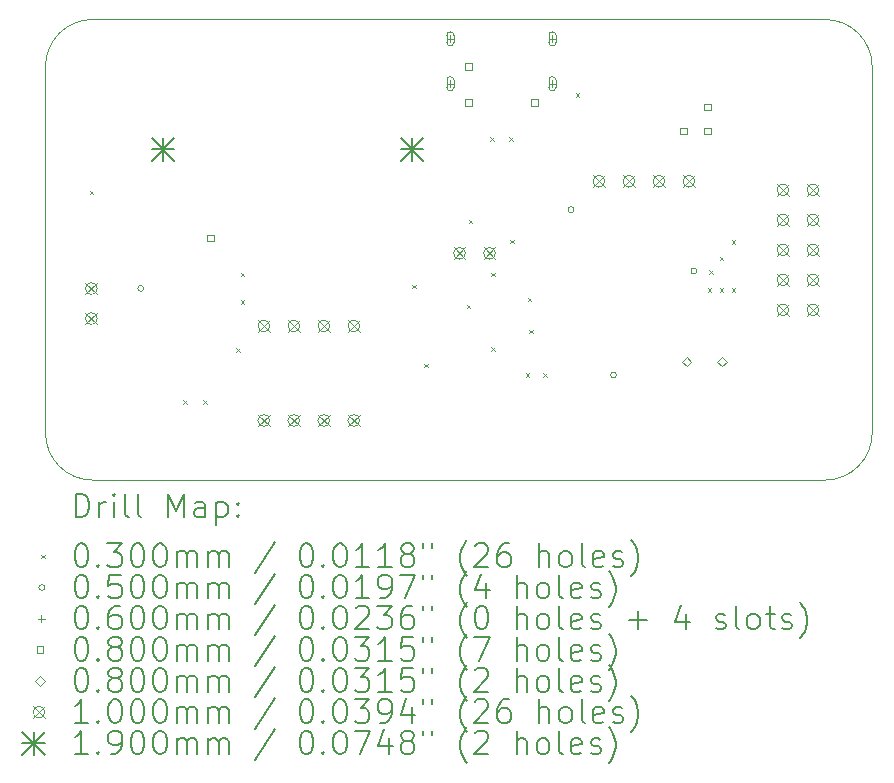
<source format=gbr>
%TF.GenerationSoftware,KiCad,Pcbnew,8.0.3*%
%TF.CreationDate,2024-07-12T13:43:29+12:00*%
%TF.ProjectId,microcontroller,6d696372-6f63-46f6-9e74-726f6c6c6572,0.1.5*%
%TF.SameCoordinates,Original*%
%TF.FileFunction,Drillmap*%
%TF.FilePolarity,Positive*%
%FSLAX45Y45*%
G04 Gerber Fmt 4.5, Leading zero omitted, Abs format (unit mm)*
G04 Created by KiCad (PCBNEW 8.0.3) date 2024-07-12 13:43:29*
%MOMM*%
%LPD*%
G01*
G04 APERTURE LIST*
%ADD10C,0.100000*%
%ADD11C,0.200000*%
%ADD12C,0.190000*%
G04 APERTURE END LIST*
D10*
X12000000Y-6600000D02*
X18200000Y-6600000D01*
X18600000Y-7000000D02*
X18600000Y-10100000D01*
X18200000Y-10500000D02*
X12000000Y-10500000D01*
X12000000Y-10500000D02*
G75*
G02*
X11600000Y-10100000I0J400000D01*
G01*
X11600000Y-10100000D02*
X11600000Y-7000000D01*
X18600000Y-10100000D02*
G75*
G02*
X18200000Y-10500000I-400000J0D01*
G01*
X11600000Y-7000000D02*
G75*
G02*
X12000000Y-6600000I400000J0D01*
G01*
X18200000Y-6600000D02*
G75*
G02*
X18600000Y-7000000I0J-400000D01*
G01*
D11*
D10*
X11973800Y-8049500D02*
X12003800Y-8079500D01*
X12003800Y-8049500D02*
X11973800Y-8079500D01*
X12765000Y-9825000D02*
X12795000Y-9855000D01*
X12795000Y-9825000D02*
X12765000Y-9855000D01*
X12935000Y-9825000D02*
X12965000Y-9855000D01*
X12965000Y-9825000D02*
X12935000Y-9855000D01*
X13215000Y-9385000D02*
X13245000Y-9415000D01*
X13245000Y-9385000D02*
X13215000Y-9415000D01*
X13255000Y-8745000D02*
X13285000Y-8775000D01*
X13285000Y-8745000D02*
X13255000Y-8775000D01*
X13255000Y-8975000D02*
X13285000Y-9005000D01*
X13285000Y-8975000D02*
X13255000Y-9005000D01*
X14705000Y-8845000D02*
X14735000Y-8875000D01*
X14735000Y-8845000D02*
X14705000Y-8875000D01*
X14805000Y-9515000D02*
X14835000Y-9545000D01*
X14835000Y-9515000D02*
X14805000Y-9545000D01*
X15165000Y-9015000D02*
X15195000Y-9045000D01*
X15195000Y-9015000D02*
X15165000Y-9045000D01*
X15185000Y-8295000D02*
X15215000Y-8325000D01*
X15215000Y-8295000D02*
X15185000Y-8325000D01*
X15365000Y-7595000D02*
X15395000Y-7625000D01*
X15395000Y-7595000D02*
X15365000Y-7625000D01*
X15375000Y-8745000D02*
X15405000Y-8775000D01*
X15405000Y-8745000D02*
X15375000Y-8775000D01*
X15375000Y-9375000D02*
X15405000Y-9405000D01*
X15405000Y-9375000D02*
X15375000Y-9405000D01*
X15525000Y-7595000D02*
X15555000Y-7625000D01*
X15555000Y-7595000D02*
X15525000Y-7625000D01*
X15535000Y-8465000D02*
X15565000Y-8495000D01*
X15565000Y-8465000D02*
X15535000Y-8495000D01*
X15665000Y-9595000D02*
X15695000Y-9625000D01*
X15695000Y-9595000D02*
X15665000Y-9625000D01*
X15685000Y-8955000D02*
X15715000Y-8985000D01*
X15715000Y-8955000D02*
X15685000Y-8985000D01*
X15695000Y-9225000D02*
X15725000Y-9255000D01*
X15725000Y-9225000D02*
X15695000Y-9255000D01*
X15815000Y-9595000D02*
X15845000Y-9625000D01*
X15845000Y-9595000D02*
X15815000Y-9625000D01*
X16088600Y-7224000D02*
X16118600Y-7254000D01*
X16118600Y-7224000D02*
X16088600Y-7254000D01*
X17206200Y-8875000D02*
X17236200Y-8905000D01*
X17236200Y-8875000D02*
X17206200Y-8905000D01*
X17218900Y-8722600D02*
X17248900Y-8752600D01*
X17248900Y-8722600D02*
X17218900Y-8752600D01*
X17307800Y-8608300D02*
X17337800Y-8638300D01*
X17337800Y-8608300D02*
X17307800Y-8638300D01*
X17307800Y-8875000D02*
X17337800Y-8905000D01*
X17337800Y-8875000D02*
X17307800Y-8905000D01*
X17409400Y-8468600D02*
X17439400Y-8498600D01*
X17439400Y-8468600D02*
X17409400Y-8498600D01*
X17409400Y-8875000D02*
X17439400Y-8905000D01*
X17439400Y-8875000D02*
X17409400Y-8905000D01*
X12432900Y-8877300D02*
G75*
G02*
X12382900Y-8877300I-25000J0D01*
G01*
X12382900Y-8877300D02*
G75*
G02*
X12432900Y-8877300I25000J0D01*
G01*
X16075000Y-8210000D02*
G75*
G02*
X16025000Y-8210000I-25000J0D01*
G01*
X16025000Y-8210000D02*
G75*
G02*
X16075000Y-8210000I25000J0D01*
G01*
X16435000Y-9610000D02*
G75*
G02*
X16385000Y-9610000I-25000J0D01*
G01*
X16385000Y-9610000D02*
G75*
G02*
X16435000Y-9610000I25000J0D01*
G01*
X17115000Y-8730000D02*
G75*
G02*
X17065000Y-8730000I-25000J0D01*
G01*
X17065000Y-8730000D02*
G75*
G02*
X17115000Y-8730000I25000J0D01*
G01*
X15028000Y-6734000D02*
X15028000Y-6794000D01*
X14998000Y-6764000D02*
X15058000Y-6764000D01*
X15058000Y-6794000D02*
X15058000Y-6734000D01*
X14998000Y-6734000D02*
G75*
G02*
X15058000Y-6734000I30000J0D01*
G01*
X14998000Y-6734000D02*
X14998000Y-6794000D01*
X14998000Y-6794000D02*
G75*
G03*
X15058000Y-6794000I30000J0D01*
G01*
X15028000Y-7114000D02*
X15028000Y-7174000D01*
X14998000Y-7144000D02*
X15058000Y-7144000D01*
X15058000Y-7174000D02*
X15058000Y-7114000D01*
X14998000Y-7114000D02*
G75*
G02*
X15058000Y-7114000I30000J0D01*
G01*
X14998000Y-7114000D02*
X14998000Y-7174000D01*
X14998000Y-7174000D02*
G75*
G03*
X15058000Y-7174000I30000J0D01*
G01*
X15892000Y-6734000D02*
X15892000Y-6794000D01*
X15862000Y-6764000D02*
X15922000Y-6764000D01*
X15922000Y-6794000D02*
X15922000Y-6734000D01*
X15862000Y-6734000D02*
G75*
G02*
X15922000Y-6734000I30000J0D01*
G01*
X15862000Y-6734000D02*
X15862000Y-6794000D01*
X15862000Y-6794000D02*
G75*
G03*
X15922000Y-6794000I30000J0D01*
G01*
X15892000Y-7114000D02*
X15892000Y-7174000D01*
X15862000Y-7144000D02*
X15922000Y-7144000D01*
X15922000Y-7174000D02*
X15922000Y-7114000D01*
X15862000Y-7114000D02*
G75*
G02*
X15922000Y-7114000I30000J0D01*
G01*
X15862000Y-7114000D02*
X15862000Y-7174000D01*
X15862000Y-7174000D02*
G75*
G03*
X15922000Y-7174000I30000J0D01*
G01*
X13028284Y-8478285D02*
X13028284Y-8421716D01*
X12971715Y-8421716D01*
X12971715Y-8478285D01*
X13028284Y-8478285D01*
X15208884Y-7024684D02*
X15208884Y-6968115D01*
X15152315Y-6968115D01*
X15152315Y-7024684D01*
X15208884Y-7024684D01*
X15208884Y-7329484D02*
X15208884Y-7272915D01*
X15152315Y-7272915D01*
X15152315Y-7329484D01*
X15208884Y-7329484D01*
X15767684Y-7329484D02*
X15767684Y-7272915D01*
X15711115Y-7272915D01*
X15711115Y-7329484D01*
X15767684Y-7329484D01*
X17031585Y-7571684D02*
X17031585Y-7515115D01*
X16975016Y-7515115D01*
X16975016Y-7571684D01*
X17031585Y-7571684D01*
X17234785Y-7368484D02*
X17234785Y-7311915D01*
X17178216Y-7311915D01*
X17178216Y-7368484D01*
X17234785Y-7368484D01*
X17234785Y-7571684D02*
X17234785Y-7515115D01*
X17178216Y-7515115D01*
X17178216Y-7571684D01*
X17234785Y-7571684D01*
X17028000Y-9537500D02*
X17068000Y-9497500D01*
X17028000Y-9457500D01*
X16988000Y-9497500D01*
X17028000Y-9537500D01*
X17328000Y-9537500D02*
X17368000Y-9497500D01*
X17328000Y-9457500D01*
X17288000Y-9497500D01*
X17328000Y-9537500D01*
X11938800Y-8827800D02*
X12038800Y-8927800D01*
X12038800Y-8827800D02*
X11938800Y-8927800D01*
X12038800Y-8877800D02*
G75*
G02*
X11938800Y-8877800I-50000J0D01*
G01*
X11938800Y-8877800D02*
G75*
G02*
X12038800Y-8877800I50000J0D01*
G01*
X11938800Y-9081800D02*
X12038800Y-9181800D01*
X12038800Y-9081800D02*
X11938800Y-9181800D01*
X12038800Y-9131800D02*
G75*
G02*
X11938800Y-9131800I-50000J0D01*
G01*
X11938800Y-9131800D02*
G75*
G02*
X12038800Y-9131800I50000J0D01*
G01*
X13399300Y-9144900D02*
X13499300Y-9244900D01*
X13499300Y-9144900D02*
X13399300Y-9244900D01*
X13499300Y-9194900D02*
G75*
G02*
X13399300Y-9194900I-50000J0D01*
G01*
X13399300Y-9194900D02*
G75*
G02*
X13499300Y-9194900I50000J0D01*
G01*
X13399300Y-9944900D02*
X13499300Y-10044900D01*
X13499300Y-9944900D02*
X13399300Y-10044900D01*
X13499300Y-9994900D02*
G75*
G02*
X13399300Y-9994900I-50000J0D01*
G01*
X13399300Y-9994900D02*
G75*
G02*
X13499300Y-9994900I50000J0D01*
G01*
X13653300Y-9144900D02*
X13753300Y-9244900D01*
X13753300Y-9144900D02*
X13653300Y-9244900D01*
X13753300Y-9194900D02*
G75*
G02*
X13653300Y-9194900I-50000J0D01*
G01*
X13653300Y-9194900D02*
G75*
G02*
X13753300Y-9194900I50000J0D01*
G01*
X13653300Y-9944900D02*
X13753300Y-10044900D01*
X13753300Y-9944900D02*
X13653300Y-10044900D01*
X13753300Y-9994900D02*
G75*
G02*
X13653300Y-9994900I-50000J0D01*
G01*
X13653300Y-9994900D02*
G75*
G02*
X13753300Y-9994900I50000J0D01*
G01*
X13907300Y-9144900D02*
X14007300Y-9244900D01*
X14007300Y-9144900D02*
X13907300Y-9244900D01*
X14007300Y-9194900D02*
G75*
G02*
X13907300Y-9194900I-50000J0D01*
G01*
X13907300Y-9194900D02*
G75*
G02*
X14007300Y-9194900I50000J0D01*
G01*
X13907300Y-9944900D02*
X14007300Y-10044900D01*
X14007300Y-9944900D02*
X13907300Y-10044900D01*
X14007300Y-9994900D02*
G75*
G02*
X13907300Y-9994900I-50000J0D01*
G01*
X13907300Y-9994900D02*
G75*
G02*
X14007300Y-9994900I50000J0D01*
G01*
X14161300Y-9144900D02*
X14261300Y-9244900D01*
X14261300Y-9144900D02*
X14161300Y-9244900D01*
X14261300Y-9194900D02*
G75*
G02*
X14161300Y-9194900I-50000J0D01*
G01*
X14161300Y-9194900D02*
G75*
G02*
X14261300Y-9194900I50000J0D01*
G01*
X14161300Y-9944900D02*
X14261300Y-10044900D01*
X14261300Y-9944900D02*
X14161300Y-10044900D01*
X14261300Y-9994900D02*
G75*
G02*
X14161300Y-9994900I-50000J0D01*
G01*
X14161300Y-9994900D02*
G75*
G02*
X14261300Y-9994900I50000J0D01*
G01*
X15056000Y-8530000D02*
X15156000Y-8630000D01*
X15156000Y-8530000D02*
X15056000Y-8630000D01*
X15156000Y-8580000D02*
G75*
G02*
X15056000Y-8580000I-50000J0D01*
G01*
X15056000Y-8580000D02*
G75*
G02*
X15156000Y-8580000I50000J0D01*
G01*
X15310000Y-8530000D02*
X15410000Y-8630000D01*
X15410000Y-8530000D02*
X15310000Y-8630000D01*
X15410000Y-8580000D02*
G75*
G02*
X15310000Y-8580000I-50000J0D01*
G01*
X15310000Y-8580000D02*
G75*
G02*
X15410000Y-8580000I50000J0D01*
G01*
X16236000Y-7920000D02*
X16336000Y-8020000D01*
X16336000Y-7920000D02*
X16236000Y-8020000D01*
X16336000Y-7970000D02*
G75*
G02*
X16236000Y-7970000I-50000J0D01*
G01*
X16236000Y-7970000D02*
G75*
G02*
X16336000Y-7970000I50000J0D01*
G01*
X16490000Y-7920000D02*
X16590000Y-8020000D01*
X16590000Y-7920000D02*
X16490000Y-8020000D01*
X16590000Y-7970000D02*
G75*
G02*
X16490000Y-7970000I-50000J0D01*
G01*
X16490000Y-7970000D02*
G75*
G02*
X16590000Y-7970000I50000J0D01*
G01*
X16744000Y-7920000D02*
X16844000Y-8020000D01*
X16844000Y-7920000D02*
X16744000Y-8020000D01*
X16844000Y-7970000D02*
G75*
G02*
X16744000Y-7970000I-50000J0D01*
G01*
X16744000Y-7970000D02*
G75*
G02*
X16844000Y-7970000I50000J0D01*
G01*
X16998000Y-7920000D02*
X17098000Y-8020000D01*
X17098000Y-7920000D02*
X16998000Y-8020000D01*
X17098000Y-7970000D02*
G75*
G02*
X16998000Y-7970000I-50000J0D01*
G01*
X16998000Y-7970000D02*
G75*
G02*
X17098000Y-7970000I50000J0D01*
G01*
X17793500Y-7992000D02*
X17893500Y-8092000D01*
X17893500Y-7992000D02*
X17793500Y-8092000D01*
X17893500Y-8042000D02*
G75*
G02*
X17793500Y-8042000I-50000J0D01*
G01*
X17793500Y-8042000D02*
G75*
G02*
X17893500Y-8042000I50000J0D01*
G01*
X17793500Y-8246000D02*
X17893500Y-8346000D01*
X17893500Y-8246000D02*
X17793500Y-8346000D01*
X17893500Y-8296000D02*
G75*
G02*
X17793500Y-8296000I-50000J0D01*
G01*
X17793500Y-8296000D02*
G75*
G02*
X17893500Y-8296000I50000J0D01*
G01*
X17793500Y-8500000D02*
X17893500Y-8600000D01*
X17893500Y-8500000D02*
X17793500Y-8600000D01*
X17893500Y-8550000D02*
G75*
G02*
X17793500Y-8550000I-50000J0D01*
G01*
X17793500Y-8550000D02*
G75*
G02*
X17893500Y-8550000I50000J0D01*
G01*
X17793500Y-8754000D02*
X17893500Y-8854000D01*
X17893500Y-8754000D02*
X17793500Y-8854000D01*
X17893500Y-8804000D02*
G75*
G02*
X17793500Y-8804000I-50000J0D01*
G01*
X17793500Y-8804000D02*
G75*
G02*
X17893500Y-8804000I50000J0D01*
G01*
X17793500Y-9008000D02*
X17893500Y-9108000D01*
X17893500Y-9008000D02*
X17793500Y-9108000D01*
X17893500Y-9058000D02*
G75*
G02*
X17793500Y-9058000I-50000J0D01*
G01*
X17793500Y-9058000D02*
G75*
G02*
X17893500Y-9058000I50000J0D01*
G01*
X18047500Y-7992000D02*
X18147500Y-8092000D01*
X18147500Y-7992000D02*
X18047500Y-8092000D01*
X18147500Y-8042000D02*
G75*
G02*
X18047500Y-8042000I-50000J0D01*
G01*
X18047500Y-8042000D02*
G75*
G02*
X18147500Y-8042000I50000J0D01*
G01*
X18047500Y-8246000D02*
X18147500Y-8346000D01*
X18147500Y-8246000D02*
X18047500Y-8346000D01*
X18147500Y-8296000D02*
G75*
G02*
X18047500Y-8296000I-50000J0D01*
G01*
X18047500Y-8296000D02*
G75*
G02*
X18147500Y-8296000I50000J0D01*
G01*
X18047500Y-8500000D02*
X18147500Y-8600000D01*
X18147500Y-8500000D02*
X18047500Y-8600000D01*
X18147500Y-8550000D02*
G75*
G02*
X18047500Y-8550000I-50000J0D01*
G01*
X18047500Y-8550000D02*
G75*
G02*
X18147500Y-8550000I50000J0D01*
G01*
X18047500Y-8754000D02*
X18147500Y-8854000D01*
X18147500Y-8754000D02*
X18047500Y-8854000D01*
X18147500Y-8804000D02*
G75*
G02*
X18047500Y-8804000I-50000J0D01*
G01*
X18047500Y-8804000D02*
G75*
G02*
X18147500Y-8804000I50000J0D01*
G01*
X18047500Y-9008000D02*
X18147500Y-9108000D01*
X18147500Y-9008000D02*
X18047500Y-9108000D01*
X18147500Y-9058000D02*
G75*
G02*
X18047500Y-9058000I-50000J0D01*
G01*
X18047500Y-9058000D02*
G75*
G02*
X18147500Y-9058000I50000J0D01*
G01*
D12*
X12500000Y-7605000D02*
X12690000Y-7795000D01*
X12690000Y-7605000D02*
X12500000Y-7795000D01*
X12595000Y-7605000D02*
X12595000Y-7795000D01*
X12500000Y-7700000D02*
X12690000Y-7700000D01*
X14610000Y-7605000D02*
X14800000Y-7795000D01*
X14800000Y-7605000D02*
X14610000Y-7795000D01*
X14705000Y-7605000D02*
X14705000Y-7795000D01*
X14610000Y-7700000D02*
X14800000Y-7700000D01*
D11*
X11855777Y-10816484D02*
X11855777Y-10616484D01*
X11855777Y-10616484D02*
X11903396Y-10616484D01*
X11903396Y-10616484D02*
X11931967Y-10626008D01*
X11931967Y-10626008D02*
X11951015Y-10645055D01*
X11951015Y-10645055D02*
X11960539Y-10664103D01*
X11960539Y-10664103D02*
X11970062Y-10702198D01*
X11970062Y-10702198D02*
X11970062Y-10730770D01*
X11970062Y-10730770D02*
X11960539Y-10768865D01*
X11960539Y-10768865D02*
X11951015Y-10787912D01*
X11951015Y-10787912D02*
X11931967Y-10806960D01*
X11931967Y-10806960D02*
X11903396Y-10816484D01*
X11903396Y-10816484D02*
X11855777Y-10816484D01*
X12055777Y-10816484D02*
X12055777Y-10683150D01*
X12055777Y-10721246D02*
X12065301Y-10702198D01*
X12065301Y-10702198D02*
X12074824Y-10692674D01*
X12074824Y-10692674D02*
X12093872Y-10683150D01*
X12093872Y-10683150D02*
X12112920Y-10683150D01*
X12179586Y-10816484D02*
X12179586Y-10683150D01*
X12179586Y-10616484D02*
X12170062Y-10626008D01*
X12170062Y-10626008D02*
X12179586Y-10635531D01*
X12179586Y-10635531D02*
X12189110Y-10626008D01*
X12189110Y-10626008D02*
X12179586Y-10616484D01*
X12179586Y-10616484D02*
X12179586Y-10635531D01*
X12303396Y-10816484D02*
X12284348Y-10806960D01*
X12284348Y-10806960D02*
X12274824Y-10787912D01*
X12274824Y-10787912D02*
X12274824Y-10616484D01*
X12408158Y-10816484D02*
X12389110Y-10806960D01*
X12389110Y-10806960D02*
X12379586Y-10787912D01*
X12379586Y-10787912D02*
X12379586Y-10616484D01*
X12636729Y-10816484D02*
X12636729Y-10616484D01*
X12636729Y-10616484D02*
X12703396Y-10759341D01*
X12703396Y-10759341D02*
X12770062Y-10616484D01*
X12770062Y-10616484D02*
X12770062Y-10816484D01*
X12951015Y-10816484D02*
X12951015Y-10711722D01*
X12951015Y-10711722D02*
X12941491Y-10692674D01*
X12941491Y-10692674D02*
X12922443Y-10683150D01*
X12922443Y-10683150D02*
X12884348Y-10683150D01*
X12884348Y-10683150D02*
X12865301Y-10692674D01*
X12951015Y-10806960D02*
X12931967Y-10816484D01*
X12931967Y-10816484D02*
X12884348Y-10816484D01*
X12884348Y-10816484D02*
X12865301Y-10806960D01*
X12865301Y-10806960D02*
X12855777Y-10787912D01*
X12855777Y-10787912D02*
X12855777Y-10768865D01*
X12855777Y-10768865D02*
X12865301Y-10749817D01*
X12865301Y-10749817D02*
X12884348Y-10740293D01*
X12884348Y-10740293D02*
X12931967Y-10740293D01*
X12931967Y-10740293D02*
X12951015Y-10730770D01*
X13046253Y-10683150D02*
X13046253Y-10883150D01*
X13046253Y-10692674D02*
X13065301Y-10683150D01*
X13065301Y-10683150D02*
X13103396Y-10683150D01*
X13103396Y-10683150D02*
X13122443Y-10692674D01*
X13122443Y-10692674D02*
X13131967Y-10702198D01*
X13131967Y-10702198D02*
X13141491Y-10721246D01*
X13141491Y-10721246D02*
X13141491Y-10778389D01*
X13141491Y-10778389D02*
X13131967Y-10797436D01*
X13131967Y-10797436D02*
X13122443Y-10806960D01*
X13122443Y-10806960D02*
X13103396Y-10816484D01*
X13103396Y-10816484D02*
X13065301Y-10816484D01*
X13065301Y-10816484D02*
X13046253Y-10806960D01*
X13227205Y-10797436D02*
X13236729Y-10806960D01*
X13236729Y-10806960D02*
X13227205Y-10816484D01*
X13227205Y-10816484D02*
X13217682Y-10806960D01*
X13217682Y-10806960D02*
X13227205Y-10797436D01*
X13227205Y-10797436D02*
X13227205Y-10816484D01*
X13227205Y-10692674D02*
X13236729Y-10702198D01*
X13236729Y-10702198D02*
X13227205Y-10711722D01*
X13227205Y-10711722D02*
X13217682Y-10702198D01*
X13217682Y-10702198D02*
X13227205Y-10692674D01*
X13227205Y-10692674D02*
X13227205Y-10711722D01*
D10*
X11565000Y-11130000D02*
X11595000Y-11160000D01*
X11595000Y-11130000D02*
X11565000Y-11160000D01*
D11*
X11893872Y-11036484D02*
X11912920Y-11036484D01*
X11912920Y-11036484D02*
X11931967Y-11046008D01*
X11931967Y-11046008D02*
X11941491Y-11055531D01*
X11941491Y-11055531D02*
X11951015Y-11074579D01*
X11951015Y-11074579D02*
X11960539Y-11112674D01*
X11960539Y-11112674D02*
X11960539Y-11160293D01*
X11960539Y-11160293D02*
X11951015Y-11198388D01*
X11951015Y-11198388D02*
X11941491Y-11217436D01*
X11941491Y-11217436D02*
X11931967Y-11226960D01*
X11931967Y-11226960D02*
X11912920Y-11236484D01*
X11912920Y-11236484D02*
X11893872Y-11236484D01*
X11893872Y-11236484D02*
X11874824Y-11226960D01*
X11874824Y-11226960D02*
X11865301Y-11217436D01*
X11865301Y-11217436D02*
X11855777Y-11198388D01*
X11855777Y-11198388D02*
X11846253Y-11160293D01*
X11846253Y-11160293D02*
X11846253Y-11112674D01*
X11846253Y-11112674D02*
X11855777Y-11074579D01*
X11855777Y-11074579D02*
X11865301Y-11055531D01*
X11865301Y-11055531D02*
X11874824Y-11046008D01*
X11874824Y-11046008D02*
X11893872Y-11036484D01*
X12046253Y-11217436D02*
X12055777Y-11226960D01*
X12055777Y-11226960D02*
X12046253Y-11236484D01*
X12046253Y-11236484D02*
X12036729Y-11226960D01*
X12036729Y-11226960D02*
X12046253Y-11217436D01*
X12046253Y-11217436D02*
X12046253Y-11236484D01*
X12122443Y-11036484D02*
X12246253Y-11036484D01*
X12246253Y-11036484D02*
X12179586Y-11112674D01*
X12179586Y-11112674D02*
X12208158Y-11112674D01*
X12208158Y-11112674D02*
X12227205Y-11122198D01*
X12227205Y-11122198D02*
X12236729Y-11131722D01*
X12236729Y-11131722D02*
X12246253Y-11150770D01*
X12246253Y-11150770D02*
X12246253Y-11198388D01*
X12246253Y-11198388D02*
X12236729Y-11217436D01*
X12236729Y-11217436D02*
X12227205Y-11226960D01*
X12227205Y-11226960D02*
X12208158Y-11236484D01*
X12208158Y-11236484D02*
X12151015Y-11236484D01*
X12151015Y-11236484D02*
X12131967Y-11226960D01*
X12131967Y-11226960D02*
X12122443Y-11217436D01*
X12370062Y-11036484D02*
X12389110Y-11036484D01*
X12389110Y-11036484D02*
X12408158Y-11046008D01*
X12408158Y-11046008D02*
X12417682Y-11055531D01*
X12417682Y-11055531D02*
X12427205Y-11074579D01*
X12427205Y-11074579D02*
X12436729Y-11112674D01*
X12436729Y-11112674D02*
X12436729Y-11160293D01*
X12436729Y-11160293D02*
X12427205Y-11198388D01*
X12427205Y-11198388D02*
X12417682Y-11217436D01*
X12417682Y-11217436D02*
X12408158Y-11226960D01*
X12408158Y-11226960D02*
X12389110Y-11236484D01*
X12389110Y-11236484D02*
X12370062Y-11236484D01*
X12370062Y-11236484D02*
X12351015Y-11226960D01*
X12351015Y-11226960D02*
X12341491Y-11217436D01*
X12341491Y-11217436D02*
X12331967Y-11198388D01*
X12331967Y-11198388D02*
X12322443Y-11160293D01*
X12322443Y-11160293D02*
X12322443Y-11112674D01*
X12322443Y-11112674D02*
X12331967Y-11074579D01*
X12331967Y-11074579D02*
X12341491Y-11055531D01*
X12341491Y-11055531D02*
X12351015Y-11046008D01*
X12351015Y-11046008D02*
X12370062Y-11036484D01*
X12560539Y-11036484D02*
X12579586Y-11036484D01*
X12579586Y-11036484D02*
X12598634Y-11046008D01*
X12598634Y-11046008D02*
X12608158Y-11055531D01*
X12608158Y-11055531D02*
X12617682Y-11074579D01*
X12617682Y-11074579D02*
X12627205Y-11112674D01*
X12627205Y-11112674D02*
X12627205Y-11160293D01*
X12627205Y-11160293D02*
X12617682Y-11198388D01*
X12617682Y-11198388D02*
X12608158Y-11217436D01*
X12608158Y-11217436D02*
X12598634Y-11226960D01*
X12598634Y-11226960D02*
X12579586Y-11236484D01*
X12579586Y-11236484D02*
X12560539Y-11236484D01*
X12560539Y-11236484D02*
X12541491Y-11226960D01*
X12541491Y-11226960D02*
X12531967Y-11217436D01*
X12531967Y-11217436D02*
X12522443Y-11198388D01*
X12522443Y-11198388D02*
X12512920Y-11160293D01*
X12512920Y-11160293D02*
X12512920Y-11112674D01*
X12512920Y-11112674D02*
X12522443Y-11074579D01*
X12522443Y-11074579D02*
X12531967Y-11055531D01*
X12531967Y-11055531D02*
X12541491Y-11046008D01*
X12541491Y-11046008D02*
X12560539Y-11036484D01*
X12712920Y-11236484D02*
X12712920Y-11103150D01*
X12712920Y-11122198D02*
X12722443Y-11112674D01*
X12722443Y-11112674D02*
X12741491Y-11103150D01*
X12741491Y-11103150D02*
X12770063Y-11103150D01*
X12770063Y-11103150D02*
X12789110Y-11112674D01*
X12789110Y-11112674D02*
X12798634Y-11131722D01*
X12798634Y-11131722D02*
X12798634Y-11236484D01*
X12798634Y-11131722D02*
X12808158Y-11112674D01*
X12808158Y-11112674D02*
X12827205Y-11103150D01*
X12827205Y-11103150D02*
X12855777Y-11103150D01*
X12855777Y-11103150D02*
X12874824Y-11112674D01*
X12874824Y-11112674D02*
X12884348Y-11131722D01*
X12884348Y-11131722D02*
X12884348Y-11236484D01*
X12979586Y-11236484D02*
X12979586Y-11103150D01*
X12979586Y-11122198D02*
X12989110Y-11112674D01*
X12989110Y-11112674D02*
X13008158Y-11103150D01*
X13008158Y-11103150D02*
X13036729Y-11103150D01*
X13036729Y-11103150D02*
X13055777Y-11112674D01*
X13055777Y-11112674D02*
X13065301Y-11131722D01*
X13065301Y-11131722D02*
X13065301Y-11236484D01*
X13065301Y-11131722D02*
X13074824Y-11112674D01*
X13074824Y-11112674D02*
X13093872Y-11103150D01*
X13093872Y-11103150D02*
X13122443Y-11103150D01*
X13122443Y-11103150D02*
X13141491Y-11112674D01*
X13141491Y-11112674D02*
X13151015Y-11131722D01*
X13151015Y-11131722D02*
X13151015Y-11236484D01*
X13541491Y-11026960D02*
X13370063Y-11284103D01*
X13798634Y-11036484D02*
X13817682Y-11036484D01*
X13817682Y-11036484D02*
X13836729Y-11046008D01*
X13836729Y-11046008D02*
X13846253Y-11055531D01*
X13846253Y-11055531D02*
X13855777Y-11074579D01*
X13855777Y-11074579D02*
X13865301Y-11112674D01*
X13865301Y-11112674D02*
X13865301Y-11160293D01*
X13865301Y-11160293D02*
X13855777Y-11198388D01*
X13855777Y-11198388D02*
X13846253Y-11217436D01*
X13846253Y-11217436D02*
X13836729Y-11226960D01*
X13836729Y-11226960D02*
X13817682Y-11236484D01*
X13817682Y-11236484D02*
X13798634Y-11236484D01*
X13798634Y-11236484D02*
X13779586Y-11226960D01*
X13779586Y-11226960D02*
X13770063Y-11217436D01*
X13770063Y-11217436D02*
X13760539Y-11198388D01*
X13760539Y-11198388D02*
X13751015Y-11160293D01*
X13751015Y-11160293D02*
X13751015Y-11112674D01*
X13751015Y-11112674D02*
X13760539Y-11074579D01*
X13760539Y-11074579D02*
X13770063Y-11055531D01*
X13770063Y-11055531D02*
X13779586Y-11046008D01*
X13779586Y-11046008D02*
X13798634Y-11036484D01*
X13951015Y-11217436D02*
X13960539Y-11226960D01*
X13960539Y-11226960D02*
X13951015Y-11236484D01*
X13951015Y-11236484D02*
X13941491Y-11226960D01*
X13941491Y-11226960D02*
X13951015Y-11217436D01*
X13951015Y-11217436D02*
X13951015Y-11236484D01*
X14084348Y-11036484D02*
X14103396Y-11036484D01*
X14103396Y-11036484D02*
X14122444Y-11046008D01*
X14122444Y-11046008D02*
X14131967Y-11055531D01*
X14131967Y-11055531D02*
X14141491Y-11074579D01*
X14141491Y-11074579D02*
X14151015Y-11112674D01*
X14151015Y-11112674D02*
X14151015Y-11160293D01*
X14151015Y-11160293D02*
X14141491Y-11198388D01*
X14141491Y-11198388D02*
X14131967Y-11217436D01*
X14131967Y-11217436D02*
X14122444Y-11226960D01*
X14122444Y-11226960D02*
X14103396Y-11236484D01*
X14103396Y-11236484D02*
X14084348Y-11236484D01*
X14084348Y-11236484D02*
X14065301Y-11226960D01*
X14065301Y-11226960D02*
X14055777Y-11217436D01*
X14055777Y-11217436D02*
X14046253Y-11198388D01*
X14046253Y-11198388D02*
X14036729Y-11160293D01*
X14036729Y-11160293D02*
X14036729Y-11112674D01*
X14036729Y-11112674D02*
X14046253Y-11074579D01*
X14046253Y-11074579D02*
X14055777Y-11055531D01*
X14055777Y-11055531D02*
X14065301Y-11046008D01*
X14065301Y-11046008D02*
X14084348Y-11036484D01*
X14341491Y-11236484D02*
X14227206Y-11236484D01*
X14284348Y-11236484D02*
X14284348Y-11036484D01*
X14284348Y-11036484D02*
X14265301Y-11065055D01*
X14265301Y-11065055D02*
X14246253Y-11084103D01*
X14246253Y-11084103D02*
X14227206Y-11093627D01*
X14531967Y-11236484D02*
X14417682Y-11236484D01*
X14474825Y-11236484D02*
X14474825Y-11036484D01*
X14474825Y-11036484D02*
X14455777Y-11065055D01*
X14455777Y-11065055D02*
X14436729Y-11084103D01*
X14436729Y-11084103D02*
X14417682Y-11093627D01*
X14646253Y-11122198D02*
X14627206Y-11112674D01*
X14627206Y-11112674D02*
X14617682Y-11103150D01*
X14617682Y-11103150D02*
X14608158Y-11084103D01*
X14608158Y-11084103D02*
X14608158Y-11074579D01*
X14608158Y-11074579D02*
X14617682Y-11055531D01*
X14617682Y-11055531D02*
X14627206Y-11046008D01*
X14627206Y-11046008D02*
X14646253Y-11036484D01*
X14646253Y-11036484D02*
X14684348Y-11036484D01*
X14684348Y-11036484D02*
X14703396Y-11046008D01*
X14703396Y-11046008D02*
X14712920Y-11055531D01*
X14712920Y-11055531D02*
X14722444Y-11074579D01*
X14722444Y-11074579D02*
X14722444Y-11084103D01*
X14722444Y-11084103D02*
X14712920Y-11103150D01*
X14712920Y-11103150D02*
X14703396Y-11112674D01*
X14703396Y-11112674D02*
X14684348Y-11122198D01*
X14684348Y-11122198D02*
X14646253Y-11122198D01*
X14646253Y-11122198D02*
X14627206Y-11131722D01*
X14627206Y-11131722D02*
X14617682Y-11141246D01*
X14617682Y-11141246D02*
X14608158Y-11160293D01*
X14608158Y-11160293D02*
X14608158Y-11198388D01*
X14608158Y-11198388D02*
X14617682Y-11217436D01*
X14617682Y-11217436D02*
X14627206Y-11226960D01*
X14627206Y-11226960D02*
X14646253Y-11236484D01*
X14646253Y-11236484D02*
X14684348Y-11236484D01*
X14684348Y-11236484D02*
X14703396Y-11226960D01*
X14703396Y-11226960D02*
X14712920Y-11217436D01*
X14712920Y-11217436D02*
X14722444Y-11198388D01*
X14722444Y-11198388D02*
X14722444Y-11160293D01*
X14722444Y-11160293D02*
X14712920Y-11141246D01*
X14712920Y-11141246D02*
X14703396Y-11131722D01*
X14703396Y-11131722D02*
X14684348Y-11122198D01*
X14798634Y-11036484D02*
X14798634Y-11074579D01*
X14874825Y-11036484D02*
X14874825Y-11074579D01*
X15170063Y-11312674D02*
X15160539Y-11303150D01*
X15160539Y-11303150D02*
X15141491Y-11274579D01*
X15141491Y-11274579D02*
X15131968Y-11255531D01*
X15131968Y-11255531D02*
X15122444Y-11226960D01*
X15122444Y-11226960D02*
X15112920Y-11179341D01*
X15112920Y-11179341D02*
X15112920Y-11141246D01*
X15112920Y-11141246D02*
X15122444Y-11093627D01*
X15122444Y-11093627D02*
X15131968Y-11065055D01*
X15131968Y-11065055D02*
X15141491Y-11046008D01*
X15141491Y-11046008D02*
X15160539Y-11017436D01*
X15160539Y-11017436D02*
X15170063Y-11007912D01*
X15236729Y-11055531D02*
X15246253Y-11046008D01*
X15246253Y-11046008D02*
X15265301Y-11036484D01*
X15265301Y-11036484D02*
X15312920Y-11036484D01*
X15312920Y-11036484D02*
X15331968Y-11046008D01*
X15331968Y-11046008D02*
X15341491Y-11055531D01*
X15341491Y-11055531D02*
X15351015Y-11074579D01*
X15351015Y-11074579D02*
X15351015Y-11093627D01*
X15351015Y-11093627D02*
X15341491Y-11122198D01*
X15341491Y-11122198D02*
X15227206Y-11236484D01*
X15227206Y-11236484D02*
X15351015Y-11236484D01*
X15522444Y-11036484D02*
X15484348Y-11036484D01*
X15484348Y-11036484D02*
X15465301Y-11046008D01*
X15465301Y-11046008D02*
X15455777Y-11055531D01*
X15455777Y-11055531D02*
X15436729Y-11084103D01*
X15436729Y-11084103D02*
X15427206Y-11122198D01*
X15427206Y-11122198D02*
X15427206Y-11198388D01*
X15427206Y-11198388D02*
X15436729Y-11217436D01*
X15436729Y-11217436D02*
X15446253Y-11226960D01*
X15446253Y-11226960D02*
X15465301Y-11236484D01*
X15465301Y-11236484D02*
X15503396Y-11236484D01*
X15503396Y-11236484D02*
X15522444Y-11226960D01*
X15522444Y-11226960D02*
X15531968Y-11217436D01*
X15531968Y-11217436D02*
X15541491Y-11198388D01*
X15541491Y-11198388D02*
X15541491Y-11150770D01*
X15541491Y-11150770D02*
X15531968Y-11131722D01*
X15531968Y-11131722D02*
X15522444Y-11122198D01*
X15522444Y-11122198D02*
X15503396Y-11112674D01*
X15503396Y-11112674D02*
X15465301Y-11112674D01*
X15465301Y-11112674D02*
X15446253Y-11122198D01*
X15446253Y-11122198D02*
X15436729Y-11131722D01*
X15436729Y-11131722D02*
X15427206Y-11150770D01*
X15779587Y-11236484D02*
X15779587Y-11036484D01*
X15865301Y-11236484D02*
X15865301Y-11131722D01*
X15865301Y-11131722D02*
X15855777Y-11112674D01*
X15855777Y-11112674D02*
X15836730Y-11103150D01*
X15836730Y-11103150D02*
X15808158Y-11103150D01*
X15808158Y-11103150D02*
X15789110Y-11112674D01*
X15789110Y-11112674D02*
X15779587Y-11122198D01*
X15989110Y-11236484D02*
X15970063Y-11226960D01*
X15970063Y-11226960D02*
X15960539Y-11217436D01*
X15960539Y-11217436D02*
X15951015Y-11198388D01*
X15951015Y-11198388D02*
X15951015Y-11141246D01*
X15951015Y-11141246D02*
X15960539Y-11122198D01*
X15960539Y-11122198D02*
X15970063Y-11112674D01*
X15970063Y-11112674D02*
X15989110Y-11103150D01*
X15989110Y-11103150D02*
X16017682Y-11103150D01*
X16017682Y-11103150D02*
X16036730Y-11112674D01*
X16036730Y-11112674D02*
X16046253Y-11122198D01*
X16046253Y-11122198D02*
X16055777Y-11141246D01*
X16055777Y-11141246D02*
X16055777Y-11198388D01*
X16055777Y-11198388D02*
X16046253Y-11217436D01*
X16046253Y-11217436D02*
X16036730Y-11226960D01*
X16036730Y-11226960D02*
X16017682Y-11236484D01*
X16017682Y-11236484D02*
X15989110Y-11236484D01*
X16170063Y-11236484D02*
X16151015Y-11226960D01*
X16151015Y-11226960D02*
X16141491Y-11207912D01*
X16141491Y-11207912D02*
X16141491Y-11036484D01*
X16322444Y-11226960D02*
X16303396Y-11236484D01*
X16303396Y-11236484D02*
X16265301Y-11236484D01*
X16265301Y-11236484D02*
X16246253Y-11226960D01*
X16246253Y-11226960D02*
X16236730Y-11207912D01*
X16236730Y-11207912D02*
X16236730Y-11131722D01*
X16236730Y-11131722D02*
X16246253Y-11112674D01*
X16246253Y-11112674D02*
X16265301Y-11103150D01*
X16265301Y-11103150D02*
X16303396Y-11103150D01*
X16303396Y-11103150D02*
X16322444Y-11112674D01*
X16322444Y-11112674D02*
X16331968Y-11131722D01*
X16331968Y-11131722D02*
X16331968Y-11150770D01*
X16331968Y-11150770D02*
X16236730Y-11169817D01*
X16408158Y-11226960D02*
X16427206Y-11236484D01*
X16427206Y-11236484D02*
X16465301Y-11236484D01*
X16465301Y-11236484D02*
X16484349Y-11226960D01*
X16484349Y-11226960D02*
X16493872Y-11207912D01*
X16493872Y-11207912D02*
X16493872Y-11198388D01*
X16493872Y-11198388D02*
X16484349Y-11179341D01*
X16484349Y-11179341D02*
X16465301Y-11169817D01*
X16465301Y-11169817D02*
X16436730Y-11169817D01*
X16436730Y-11169817D02*
X16417682Y-11160293D01*
X16417682Y-11160293D02*
X16408158Y-11141246D01*
X16408158Y-11141246D02*
X16408158Y-11131722D01*
X16408158Y-11131722D02*
X16417682Y-11112674D01*
X16417682Y-11112674D02*
X16436730Y-11103150D01*
X16436730Y-11103150D02*
X16465301Y-11103150D01*
X16465301Y-11103150D02*
X16484349Y-11112674D01*
X16560539Y-11312674D02*
X16570063Y-11303150D01*
X16570063Y-11303150D02*
X16589111Y-11274579D01*
X16589111Y-11274579D02*
X16598634Y-11255531D01*
X16598634Y-11255531D02*
X16608158Y-11226960D01*
X16608158Y-11226960D02*
X16617682Y-11179341D01*
X16617682Y-11179341D02*
X16617682Y-11141246D01*
X16617682Y-11141246D02*
X16608158Y-11093627D01*
X16608158Y-11093627D02*
X16598634Y-11065055D01*
X16598634Y-11065055D02*
X16589111Y-11046008D01*
X16589111Y-11046008D02*
X16570063Y-11017436D01*
X16570063Y-11017436D02*
X16560539Y-11007912D01*
D10*
X11595000Y-11409000D02*
G75*
G02*
X11545000Y-11409000I-25000J0D01*
G01*
X11545000Y-11409000D02*
G75*
G02*
X11595000Y-11409000I25000J0D01*
G01*
D11*
X11893872Y-11300484D02*
X11912920Y-11300484D01*
X11912920Y-11300484D02*
X11931967Y-11310008D01*
X11931967Y-11310008D02*
X11941491Y-11319531D01*
X11941491Y-11319531D02*
X11951015Y-11338579D01*
X11951015Y-11338579D02*
X11960539Y-11376674D01*
X11960539Y-11376674D02*
X11960539Y-11424293D01*
X11960539Y-11424293D02*
X11951015Y-11462388D01*
X11951015Y-11462388D02*
X11941491Y-11481436D01*
X11941491Y-11481436D02*
X11931967Y-11490960D01*
X11931967Y-11490960D02*
X11912920Y-11500484D01*
X11912920Y-11500484D02*
X11893872Y-11500484D01*
X11893872Y-11500484D02*
X11874824Y-11490960D01*
X11874824Y-11490960D02*
X11865301Y-11481436D01*
X11865301Y-11481436D02*
X11855777Y-11462388D01*
X11855777Y-11462388D02*
X11846253Y-11424293D01*
X11846253Y-11424293D02*
X11846253Y-11376674D01*
X11846253Y-11376674D02*
X11855777Y-11338579D01*
X11855777Y-11338579D02*
X11865301Y-11319531D01*
X11865301Y-11319531D02*
X11874824Y-11310008D01*
X11874824Y-11310008D02*
X11893872Y-11300484D01*
X12046253Y-11481436D02*
X12055777Y-11490960D01*
X12055777Y-11490960D02*
X12046253Y-11500484D01*
X12046253Y-11500484D02*
X12036729Y-11490960D01*
X12036729Y-11490960D02*
X12046253Y-11481436D01*
X12046253Y-11481436D02*
X12046253Y-11500484D01*
X12236729Y-11300484D02*
X12141491Y-11300484D01*
X12141491Y-11300484D02*
X12131967Y-11395722D01*
X12131967Y-11395722D02*
X12141491Y-11386198D01*
X12141491Y-11386198D02*
X12160539Y-11376674D01*
X12160539Y-11376674D02*
X12208158Y-11376674D01*
X12208158Y-11376674D02*
X12227205Y-11386198D01*
X12227205Y-11386198D02*
X12236729Y-11395722D01*
X12236729Y-11395722D02*
X12246253Y-11414769D01*
X12246253Y-11414769D02*
X12246253Y-11462388D01*
X12246253Y-11462388D02*
X12236729Y-11481436D01*
X12236729Y-11481436D02*
X12227205Y-11490960D01*
X12227205Y-11490960D02*
X12208158Y-11500484D01*
X12208158Y-11500484D02*
X12160539Y-11500484D01*
X12160539Y-11500484D02*
X12141491Y-11490960D01*
X12141491Y-11490960D02*
X12131967Y-11481436D01*
X12370062Y-11300484D02*
X12389110Y-11300484D01*
X12389110Y-11300484D02*
X12408158Y-11310008D01*
X12408158Y-11310008D02*
X12417682Y-11319531D01*
X12417682Y-11319531D02*
X12427205Y-11338579D01*
X12427205Y-11338579D02*
X12436729Y-11376674D01*
X12436729Y-11376674D02*
X12436729Y-11424293D01*
X12436729Y-11424293D02*
X12427205Y-11462388D01*
X12427205Y-11462388D02*
X12417682Y-11481436D01*
X12417682Y-11481436D02*
X12408158Y-11490960D01*
X12408158Y-11490960D02*
X12389110Y-11500484D01*
X12389110Y-11500484D02*
X12370062Y-11500484D01*
X12370062Y-11500484D02*
X12351015Y-11490960D01*
X12351015Y-11490960D02*
X12341491Y-11481436D01*
X12341491Y-11481436D02*
X12331967Y-11462388D01*
X12331967Y-11462388D02*
X12322443Y-11424293D01*
X12322443Y-11424293D02*
X12322443Y-11376674D01*
X12322443Y-11376674D02*
X12331967Y-11338579D01*
X12331967Y-11338579D02*
X12341491Y-11319531D01*
X12341491Y-11319531D02*
X12351015Y-11310008D01*
X12351015Y-11310008D02*
X12370062Y-11300484D01*
X12560539Y-11300484D02*
X12579586Y-11300484D01*
X12579586Y-11300484D02*
X12598634Y-11310008D01*
X12598634Y-11310008D02*
X12608158Y-11319531D01*
X12608158Y-11319531D02*
X12617682Y-11338579D01*
X12617682Y-11338579D02*
X12627205Y-11376674D01*
X12627205Y-11376674D02*
X12627205Y-11424293D01*
X12627205Y-11424293D02*
X12617682Y-11462388D01*
X12617682Y-11462388D02*
X12608158Y-11481436D01*
X12608158Y-11481436D02*
X12598634Y-11490960D01*
X12598634Y-11490960D02*
X12579586Y-11500484D01*
X12579586Y-11500484D02*
X12560539Y-11500484D01*
X12560539Y-11500484D02*
X12541491Y-11490960D01*
X12541491Y-11490960D02*
X12531967Y-11481436D01*
X12531967Y-11481436D02*
X12522443Y-11462388D01*
X12522443Y-11462388D02*
X12512920Y-11424293D01*
X12512920Y-11424293D02*
X12512920Y-11376674D01*
X12512920Y-11376674D02*
X12522443Y-11338579D01*
X12522443Y-11338579D02*
X12531967Y-11319531D01*
X12531967Y-11319531D02*
X12541491Y-11310008D01*
X12541491Y-11310008D02*
X12560539Y-11300484D01*
X12712920Y-11500484D02*
X12712920Y-11367150D01*
X12712920Y-11386198D02*
X12722443Y-11376674D01*
X12722443Y-11376674D02*
X12741491Y-11367150D01*
X12741491Y-11367150D02*
X12770063Y-11367150D01*
X12770063Y-11367150D02*
X12789110Y-11376674D01*
X12789110Y-11376674D02*
X12798634Y-11395722D01*
X12798634Y-11395722D02*
X12798634Y-11500484D01*
X12798634Y-11395722D02*
X12808158Y-11376674D01*
X12808158Y-11376674D02*
X12827205Y-11367150D01*
X12827205Y-11367150D02*
X12855777Y-11367150D01*
X12855777Y-11367150D02*
X12874824Y-11376674D01*
X12874824Y-11376674D02*
X12884348Y-11395722D01*
X12884348Y-11395722D02*
X12884348Y-11500484D01*
X12979586Y-11500484D02*
X12979586Y-11367150D01*
X12979586Y-11386198D02*
X12989110Y-11376674D01*
X12989110Y-11376674D02*
X13008158Y-11367150D01*
X13008158Y-11367150D02*
X13036729Y-11367150D01*
X13036729Y-11367150D02*
X13055777Y-11376674D01*
X13055777Y-11376674D02*
X13065301Y-11395722D01*
X13065301Y-11395722D02*
X13065301Y-11500484D01*
X13065301Y-11395722D02*
X13074824Y-11376674D01*
X13074824Y-11376674D02*
X13093872Y-11367150D01*
X13093872Y-11367150D02*
X13122443Y-11367150D01*
X13122443Y-11367150D02*
X13141491Y-11376674D01*
X13141491Y-11376674D02*
X13151015Y-11395722D01*
X13151015Y-11395722D02*
X13151015Y-11500484D01*
X13541491Y-11290960D02*
X13370063Y-11548103D01*
X13798634Y-11300484D02*
X13817682Y-11300484D01*
X13817682Y-11300484D02*
X13836729Y-11310008D01*
X13836729Y-11310008D02*
X13846253Y-11319531D01*
X13846253Y-11319531D02*
X13855777Y-11338579D01*
X13855777Y-11338579D02*
X13865301Y-11376674D01*
X13865301Y-11376674D02*
X13865301Y-11424293D01*
X13865301Y-11424293D02*
X13855777Y-11462388D01*
X13855777Y-11462388D02*
X13846253Y-11481436D01*
X13846253Y-11481436D02*
X13836729Y-11490960D01*
X13836729Y-11490960D02*
X13817682Y-11500484D01*
X13817682Y-11500484D02*
X13798634Y-11500484D01*
X13798634Y-11500484D02*
X13779586Y-11490960D01*
X13779586Y-11490960D02*
X13770063Y-11481436D01*
X13770063Y-11481436D02*
X13760539Y-11462388D01*
X13760539Y-11462388D02*
X13751015Y-11424293D01*
X13751015Y-11424293D02*
X13751015Y-11376674D01*
X13751015Y-11376674D02*
X13760539Y-11338579D01*
X13760539Y-11338579D02*
X13770063Y-11319531D01*
X13770063Y-11319531D02*
X13779586Y-11310008D01*
X13779586Y-11310008D02*
X13798634Y-11300484D01*
X13951015Y-11481436D02*
X13960539Y-11490960D01*
X13960539Y-11490960D02*
X13951015Y-11500484D01*
X13951015Y-11500484D02*
X13941491Y-11490960D01*
X13941491Y-11490960D02*
X13951015Y-11481436D01*
X13951015Y-11481436D02*
X13951015Y-11500484D01*
X14084348Y-11300484D02*
X14103396Y-11300484D01*
X14103396Y-11300484D02*
X14122444Y-11310008D01*
X14122444Y-11310008D02*
X14131967Y-11319531D01*
X14131967Y-11319531D02*
X14141491Y-11338579D01*
X14141491Y-11338579D02*
X14151015Y-11376674D01*
X14151015Y-11376674D02*
X14151015Y-11424293D01*
X14151015Y-11424293D02*
X14141491Y-11462388D01*
X14141491Y-11462388D02*
X14131967Y-11481436D01*
X14131967Y-11481436D02*
X14122444Y-11490960D01*
X14122444Y-11490960D02*
X14103396Y-11500484D01*
X14103396Y-11500484D02*
X14084348Y-11500484D01*
X14084348Y-11500484D02*
X14065301Y-11490960D01*
X14065301Y-11490960D02*
X14055777Y-11481436D01*
X14055777Y-11481436D02*
X14046253Y-11462388D01*
X14046253Y-11462388D02*
X14036729Y-11424293D01*
X14036729Y-11424293D02*
X14036729Y-11376674D01*
X14036729Y-11376674D02*
X14046253Y-11338579D01*
X14046253Y-11338579D02*
X14055777Y-11319531D01*
X14055777Y-11319531D02*
X14065301Y-11310008D01*
X14065301Y-11310008D02*
X14084348Y-11300484D01*
X14341491Y-11500484D02*
X14227206Y-11500484D01*
X14284348Y-11500484D02*
X14284348Y-11300484D01*
X14284348Y-11300484D02*
X14265301Y-11329055D01*
X14265301Y-11329055D02*
X14246253Y-11348103D01*
X14246253Y-11348103D02*
X14227206Y-11357627D01*
X14436729Y-11500484D02*
X14474825Y-11500484D01*
X14474825Y-11500484D02*
X14493872Y-11490960D01*
X14493872Y-11490960D02*
X14503396Y-11481436D01*
X14503396Y-11481436D02*
X14522444Y-11452865D01*
X14522444Y-11452865D02*
X14531967Y-11414769D01*
X14531967Y-11414769D02*
X14531967Y-11338579D01*
X14531967Y-11338579D02*
X14522444Y-11319531D01*
X14522444Y-11319531D02*
X14512920Y-11310008D01*
X14512920Y-11310008D02*
X14493872Y-11300484D01*
X14493872Y-11300484D02*
X14455777Y-11300484D01*
X14455777Y-11300484D02*
X14436729Y-11310008D01*
X14436729Y-11310008D02*
X14427206Y-11319531D01*
X14427206Y-11319531D02*
X14417682Y-11338579D01*
X14417682Y-11338579D02*
X14417682Y-11386198D01*
X14417682Y-11386198D02*
X14427206Y-11405246D01*
X14427206Y-11405246D02*
X14436729Y-11414769D01*
X14436729Y-11414769D02*
X14455777Y-11424293D01*
X14455777Y-11424293D02*
X14493872Y-11424293D01*
X14493872Y-11424293D02*
X14512920Y-11414769D01*
X14512920Y-11414769D02*
X14522444Y-11405246D01*
X14522444Y-11405246D02*
X14531967Y-11386198D01*
X14598634Y-11300484D02*
X14731967Y-11300484D01*
X14731967Y-11300484D02*
X14646253Y-11500484D01*
X14798634Y-11300484D02*
X14798634Y-11338579D01*
X14874825Y-11300484D02*
X14874825Y-11338579D01*
X15170063Y-11576674D02*
X15160539Y-11567150D01*
X15160539Y-11567150D02*
X15141491Y-11538579D01*
X15141491Y-11538579D02*
X15131968Y-11519531D01*
X15131968Y-11519531D02*
X15122444Y-11490960D01*
X15122444Y-11490960D02*
X15112920Y-11443341D01*
X15112920Y-11443341D02*
X15112920Y-11405246D01*
X15112920Y-11405246D02*
X15122444Y-11357627D01*
X15122444Y-11357627D02*
X15131968Y-11329055D01*
X15131968Y-11329055D02*
X15141491Y-11310008D01*
X15141491Y-11310008D02*
X15160539Y-11281436D01*
X15160539Y-11281436D02*
X15170063Y-11271912D01*
X15331968Y-11367150D02*
X15331968Y-11500484D01*
X15284348Y-11290960D02*
X15236729Y-11433817D01*
X15236729Y-11433817D02*
X15360539Y-11433817D01*
X15589110Y-11500484D02*
X15589110Y-11300484D01*
X15674825Y-11500484D02*
X15674825Y-11395722D01*
X15674825Y-11395722D02*
X15665301Y-11376674D01*
X15665301Y-11376674D02*
X15646253Y-11367150D01*
X15646253Y-11367150D02*
X15617682Y-11367150D01*
X15617682Y-11367150D02*
X15598634Y-11376674D01*
X15598634Y-11376674D02*
X15589110Y-11386198D01*
X15798634Y-11500484D02*
X15779587Y-11490960D01*
X15779587Y-11490960D02*
X15770063Y-11481436D01*
X15770063Y-11481436D02*
X15760539Y-11462388D01*
X15760539Y-11462388D02*
X15760539Y-11405246D01*
X15760539Y-11405246D02*
X15770063Y-11386198D01*
X15770063Y-11386198D02*
X15779587Y-11376674D01*
X15779587Y-11376674D02*
X15798634Y-11367150D01*
X15798634Y-11367150D02*
X15827206Y-11367150D01*
X15827206Y-11367150D02*
X15846253Y-11376674D01*
X15846253Y-11376674D02*
X15855777Y-11386198D01*
X15855777Y-11386198D02*
X15865301Y-11405246D01*
X15865301Y-11405246D02*
X15865301Y-11462388D01*
X15865301Y-11462388D02*
X15855777Y-11481436D01*
X15855777Y-11481436D02*
X15846253Y-11490960D01*
X15846253Y-11490960D02*
X15827206Y-11500484D01*
X15827206Y-11500484D02*
X15798634Y-11500484D01*
X15979587Y-11500484D02*
X15960539Y-11490960D01*
X15960539Y-11490960D02*
X15951015Y-11471912D01*
X15951015Y-11471912D02*
X15951015Y-11300484D01*
X16131968Y-11490960D02*
X16112920Y-11500484D01*
X16112920Y-11500484D02*
X16074825Y-11500484D01*
X16074825Y-11500484D02*
X16055777Y-11490960D01*
X16055777Y-11490960D02*
X16046253Y-11471912D01*
X16046253Y-11471912D02*
X16046253Y-11395722D01*
X16046253Y-11395722D02*
X16055777Y-11376674D01*
X16055777Y-11376674D02*
X16074825Y-11367150D01*
X16074825Y-11367150D02*
X16112920Y-11367150D01*
X16112920Y-11367150D02*
X16131968Y-11376674D01*
X16131968Y-11376674D02*
X16141491Y-11395722D01*
X16141491Y-11395722D02*
X16141491Y-11414769D01*
X16141491Y-11414769D02*
X16046253Y-11433817D01*
X16217682Y-11490960D02*
X16236730Y-11500484D01*
X16236730Y-11500484D02*
X16274825Y-11500484D01*
X16274825Y-11500484D02*
X16293872Y-11490960D01*
X16293872Y-11490960D02*
X16303396Y-11471912D01*
X16303396Y-11471912D02*
X16303396Y-11462388D01*
X16303396Y-11462388D02*
X16293872Y-11443341D01*
X16293872Y-11443341D02*
X16274825Y-11433817D01*
X16274825Y-11433817D02*
X16246253Y-11433817D01*
X16246253Y-11433817D02*
X16227206Y-11424293D01*
X16227206Y-11424293D02*
X16217682Y-11405246D01*
X16217682Y-11405246D02*
X16217682Y-11395722D01*
X16217682Y-11395722D02*
X16227206Y-11376674D01*
X16227206Y-11376674D02*
X16246253Y-11367150D01*
X16246253Y-11367150D02*
X16274825Y-11367150D01*
X16274825Y-11367150D02*
X16293872Y-11376674D01*
X16370063Y-11576674D02*
X16379587Y-11567150D01*
X16379587Y-11567150D02*
X16398634Y-11538579D01*
X16398634Y-11538579D02*
X16408158Y-11519531D01*
X16408158Y-11519531D02*
X16417682Y-11490960D01*
X16417682Y-11490960D02*
X16427206Y-11443341D01*
X16427206Y-11443341D02*
X16427206Y-11405246D01*
X16427206Y-11405246D02*
X16417682Y-11357627D01*
X16417682Y-11357627D02*
X16408158Y-11329055D01*
X16408158Y-11329055D02*
X16398634Y-11310008D01*
X16398634Y-11310008D02*
X16379587Y-11281436D01*
X16379587Y-11281436D02*
X16370063Y-11271912D01*
D10*
X11565000Y-11643000D02*
X11565000Y-11703000D01*
X11535000Y-11673000D02*
X11595000Y-11673000D01*
D11*
X11893872Y-11564484D02*
X11912920Y-11564484D01*
X11912920Y-11564484D02*
X11931967Y-11574008D01*
X11931967Y-11574008D02*
X11941491Y-11583531D01*
X11941491Y-11583531D02*
X11951015Y-11602579D01*
X11951015Y-11602579D02*
X11960539Y-11640674D01*
X11960539Y-11640674D02*
X11960539Y-11688293D01*
X11960539Y-11688293D02*
X11951015Y-11726388D01*
X11951015Y-11726388D02*
X11941491Y-11745436D01*
X11941491Y-11745436D02*
X11931967Y-11754960D01*
X11931967Y-11754960D02*
X11912920Y-11764484D01*
X11912920Y-11764484D02*
X11893872Y-11764484D01*
X11893872Y-11764484D02*
X11874824Y-11754960D01*
X11874824Y-11754960D02*
X11865301Y-11745436D01*
X11865301Y-11745436D02*
X11855777Y-11726388D01*
X11855777Y-11726388D02*
X11846253Y-11688293D01*
X11846253Y-11688293D02*
X11846253Y-11640674D01*
X11846253Y-11640674D02*
X11855777Y-11602579D01*
X11855777Y-11602579D02*
X11865301Y-11583531D01*
X11865301Y-11583531D02*
X11874824Y-11574008D01*
X11874824Y-11574008D02*
X11893872Y-11564484D01*
X12046253Y-11745436D02*
X12055777Y-11754960D01*
X12055777Y-11754960D02*
X12046253Y-11764484D01*
X12046253Y-11764484D02*
X12036729Y-11754960D01*
X12036729Y-11754960D02*
X12046253Y-11745436D01*
X12046253Y-11745436D02*
X12046253Y-11764484D01*
X12227205Y-11564484D02*
X12189110Y-11564484D01*
X12189110Y-11564484D02*
X12170062Y-11574008D01*
X12170062Y-11574008D02*
X12160539Y-11583531D01*
X12160539Y-11583531D02*
X12141491Y-11612103D01*
X12141491Y-11612103D02*
X12131967Y-11650198D01*
X12131967Y-11650198D02*
X12131967Y-11726388D01*
X12131967Y-11726388D02*
X12141491Y-11745436D01*
X12141491Y-11745436D02*
X12151015Y-11754960D01*
X12151015Y-11754960D02*
X12170062Y-11764484D01*
X12170062Y-11764484D02*
X12208158Y-11764484D01*
X12208158Y-11764484D02*
X12227205Y-11754960D01*
X12227205Y-11754960D02*
X12236729Y-11745436D01*
X12236729Y-11745436D02*
X12246253Y-11726388D01*
X12246253Y-11726388D02*
X12246253Y-11678769D01*
X12246253Y-11678769D02*
X12236729Y-11659722D01*
X12236729Y-11659722D02*
X12227205Y-11650198D01*
X12227205Y-11650198D02*
X12208158Y-11640674D01*
X12208158Y-11640674D02*
X12170062Y-11640674D01*
X12170062Y-11640674D02*
X12151015Y-11650198D01*
X12151015Y-11650198D02*
X12141491Y-11659722D01*
X12141491Y-11659722D02*
X12131967Y-11678769D01*
X12370062Y-11564484D02*
X12389110Y-11564484D01*
X12389110Y-11564484D02*
X12408158Y-11574008D01*
X12408158Y-11574008D02*
X12417682Y-11583531D01*
X12417682Y-11583531D02*
X12427205Y-11602579D01*
X12427205Y-11602579D02*
X12436729Y-11640674D01*
X12436729Y-11640674D02*
X12436729Y-11688293D01*
X12436729Y-11688293D02*
X12427205Y-11726388D01*
X12427205Y-11726388D02*
X12417682Y-11745436D01*
X12417682Y-11745436D02*
X12408158Y-11754960D01*
X12408158Y-11754960D02*
X12389110Y-11764484D01*
X12389110Y-11764484D02*
X12370062Y-11764484D01*
X12370062Y-11764484D02*
X12351015Y-11754960D01*
X12351015Y-11754960D02*
X12341491Y-11745436D01*
X12341491Y-11745436D02*
X12331967Y-11726388D01*
X12331967Y-11726388D02*
X12322443Y-11688293D01*
X12322443Y-11688293D02*
X12322443Y-11640674D01*
X12322443Y-11640674D02*
X12331967Y-11602579D01*
X12331967Y-11602579D02*
X12341491Y-11583531D01*
X12341491Y-11583531D02*
X12351015Y-11574008D01*
X12351015Y-11574008D02*
X12370062Y-11564484D01*
X12560539Y-11564484D02*
X12579586Y-11564484D01*
X12579586Y-11564484D02*
X12598634Y-11574008D01*
X12598634Y-11574008D02*
X12608158Y-11583531D01*
X12608158Y-11583531D02*
X12617682Y-11602579D01*
X12617682Y-11602579D02*
X12627205Y-11640674D01*
X12627205Y-11640674D02*
X12627205Y-11688293D01*
X12627205Y-11688293D02*
X12617682Y-11726388D01*
X12617682Y-11726388D02*
X12608158Y-11745436D01*
X12608158Y-11745436D02*
X12598634Y-11754960D01*
X12598634Y-11754960D02*
X12579586Y-11764484D01*
X12579586Y-11764484D02*
X12560539Y-11764484D01*
X12560539Y-11764484D02*
X12541491Y-11754960D01*
X12541491Y-11754960D02*
X12531967Y-11745436D01*
X12531967Y-11745436D02*
X12522443Y-11726388D01*
X12522443Y-11726388D02*
X12512920Y-11688293D01*
X12512920Y-11688293D02*
X12512920Y-11640674D01*
X12512920Y-11640674D02*
X12522443Y-11602579D01*
X12522443Y-11602579D02*
X12531967Y-11583531D01*
X12531967Y-11583531D02*
X12541491Y-11574008D01*
X12541491Y-11574008D02*
X12560539Y-11564484D01*
X12712920Y-11764484D02*
X12712920Y-11631150D01*
X12712920Y-11650198D02*
X12722443Y-11640674D01*
X12722443Y-11640674D02*
X12741491Y-11631150D01*
X12741491Y-11631150D02*
X12770063Y-11631150D01*
X12770063Y-11631150D02*
X12789110Y-11640674D01*
X12789110Y-11640674D02*
X12798634Y-11659722D01*
X12798634Y-11659722D02*
X12798634Y-11764484D01*
X12798634Y-11659722D02*
X12808158Y-11640674D01*
X12808158Y-11640674D02*
X12827205Y-11631150D01*
X12827205Y-11631150D02*
X12855777Y-11631150D01*
X12855777Y-11631150D02*
X12874824Y-11640674D01*
X12874824Y-11640674D02*
X12884348Y-11659722D01*
X12884348Y-11659722D02*
X12884348Y-11764484D01*
X12979586Y-11764484D02*
X12979586Y-11631150D01*
X12979586Y-11650198D02*
X12989110Y-11640674D01*
X12989110Y-11640674D02*
X13008158Y-11631150D01*
X13008158Y-11631150D02*
X13036729Y-11631150D01*
X13036729Y-11631150D02*
X13055777Y-11640674D01*
X13055777Y-11640674D02*
X13065301Y-11659722D01*
X13065301Y-11659722D02*
X13065301Y-11764484D01*
X13065301Y-11659722D02*
X13074824Y-11640674D01*
X13074824Y-11640674D02*
X13093872Y-11631150D01*
X13093872Y-11631150D02*
X13122443Y-11631150D01*
X13122443Y-11631150D02*
X13141491Y-11640674D01*
X13141491Y-11640674D02*
X13151015Y-11659722D01*
X13151015Y-11659722D02*
X13151015Y-11764484D01*
X13541491Y-11554960D02*
X13370063Y-11812103D01*
X13798634Y-11564484D02*
X13817682Y-11564484D01*
X13817682Y-11564484D02*
X13836729Y-11574008D01*
X13836729Y-11574008D02*
X13846253Y-11583531D01*
X13846253Y-11583531D02*
X13855777Y-11602579D01*
X13855777Y-11602579D02*
X13865301Y-11640674D01*
X13865301Y-11640674D02*
X13865301Y-11688293D01*
X13865301Y-11688293D02*
X13855777Y-11726388D01*
X13855777Y-11726388D02*
X13846253Y-11745436D01*
X13846253Y-11745436D02*
X13836729Y-11754960D01*
X13836729Y-11754960D02*
X13817682Y-11764484D01*
X13817682Y-11764484D02*
X13798634Y-11764484D01*
X13798634Y-11764484D02*
X13779586Y-11754960D01*
X13779586Y-11754960D02*
X13770063Y-11745436D01*
X13770063Y-11745436D02*
X13760539Y-11726388D01*
X13760539Y-11726388D02*
X13751015Y-11688293D01*
X13751015Y-11688293D02*
X13751015Y-11640674D01*
X13751015Y-11640674D02*
X13760539Y-11602579D01*
X13760539Y-11602579D02*
X13770063Y-11583531D01*
X13770063Y-11583531D02*
X13779586Y-11574008D01*
X13779586Y-11574008D02*
X13798634Y-11564484D01*
X13951015Y-11745436D02*
X13960539Y-11754960D01*
X13960539Y-11754960D02*
X13951015Y-11764484D01*
X13951015Y-11764484D02*
X13941491Y-11754960D01*
X13941491Y-11754960D02*
X13951015Y-11745436D01*
X13951015Y-11745436D02*
X13951015Y-11764484D01*
X14084348Y-11564484D02*
X14103396Y-11564484D01*
X14103396Y-11564484D02*
X14122444Y-11574008D01*
X14122444Y-11574008D02*
X14131967Y-11583531D01*
X14131967Y-11583531D02*
X14141491Y-11602579D01*
X14141491Y-11602579D02*
X14151015Y-11640674D01*
X14151015Y-11640674D02*
X14151015Y-11688293D01*
X14151015Y-11688293D02*
X14141491Y-11726388D01*
X14141491Y-11726388D02*
X14131967Y-11745436D01*
X14131967Y-11745436D02*
X14122444Y-11754960D01*
X14122444Y-11754960D02*
X14103396Y-11764484D01*
X14103396Y-11764484D02*
X14084348Y-11764484D01*
X14084348Y-11764484D02*
X14065301Y-11754960D01*
X14065301Y-11754960D02*
X14055777Y-11745436D01*
X14055777Y-11745436D02*
X14046253Y-11726388D01*
X14046253Y-11726388D02*
X14036729Y-11688293D01*
X14036729Y-11688293D02*
X14036729Y-11640674D01*
X14036729Y-11640674D02*
X14046253Y-11602579D01*
X14046253Y-11602579D02*
X14055777Y-11583531D01*
X14055777Y-11583531D02*
X14065301Y-11574008D01*
X14065301Y-11574008D02*
X14084348Y-11564484D01*
X14227206Y-11583531D02*
X14236729Y-11574008D01*
X14236729Y-11574008D02*
X14255777Y-11564484D01*
X14255777Y-11564484D02*
X14303396Y-11564484D01*
X14303396Y-11564484D02*
X14322444Y-11574008D01*
X14322444Y-11574008D02*
X14331967Y-11583531D01*
X14331967Y-11583531D02*
X14341491Y-11602579D01*
X14341491Y-11602579D02*
X14341491Y-11621627D01*
X14341491Y-11621627D02*
X14331967Y-11650198D01*
X14331967Y-11650198D02*
X14217682Y-11764484D01*
X14217682Y-11764484D02*
X14341491Y-11764484D01*
X14408158Y-11564484D02*
X14531967Y-11564484D01*
X14531967Y-11564484D02*
X14465301Y-11640674D01*
X14465301Y-11640674D02*
X14493872Y-11640674D01*
X14493872Y-11640674D02*
X14512920Y-11650198D01*
X14512920Y-11650198D02*
X14522444Y-11659722D01*
X14522444Y-11659722D02*
X14531967Y-11678769D01*
X14531967Y-11678769D02*
X14531967Y-11726388D01*
X14531967Y-11726388D02*
X14522444Y-11745436D01*
X14522444Y-11745436D02*
X14512920Y-11754960D01*
X14512920Y-11754960D02*
X14493872Y-11764484D01*
X14493872Y-11764484D02*
X14436729Y-11764484D01*
X14436729Y-11764484D02*
X14417682Y-11754960D01*
X14417682Y-11754960D02*
X14408158Y-11745436D01*
X14703396Y-11564484D02*
X14665301Y-11564484D01*
X14665301Y-11564484D02*
X14646253Y-11574008D01*
X14646253Y-11574008D02*
X14636729Y-11583531D01*
X14636729Y-11583531D02*
X14617682Y-11612103D01*
X14617682Y-11612103D02*
X14608158Y-11650198D01*
X14608158Y-11650198D02*
X14608158Y-11726388D01*
X14608158Y-11726388D02*
X14617682Y-11745436D01*
X14617682Y-11745436D02*
X14627206Y-11754960D01*
X14627206Y-11754960D02*
X14646253Y-11764484D01*
X14646253Y-11764484D02*
X14684348Y-11764484D01*
X14684348Y-11764484D02*
X14703396Y-11754960D01*
X14703396Y-11754960D02*
X14712920Y-11745436D01*
X14712920Y-11745436D02*
X14722444Y-11726388D01*
X14722444Y-11726388D02*
X14722444Y-11678769D01*
X14722444Y-11678769D02*
X14712920Y-11659722D01*
X14712920Y-11659722D02*
X14703396Y-11650198D01*
X14703396Y-11650198D02*
X14684348Y-11640674D01*
X14684348Y-11640674D02*
X14646253Y-11640674D01*
X14646253Y-11640674D02*
X14627206Y-11650198D01*
X14627206Y-11650198D02*
X14617682Y-11659722D01*
X14617682Y-11659722D02*
X14608158Y-11678769D01*
X14798634Y-11564484D02*
X14798634Y-11602579D01*
X14874825Y-11564484D02*
X14874825Y-11602579D01*
X15170063Y-11840674D02*
X15160539Y-11831150D01*
X15160539Y-11831150D02*
X15141491Y-11802579D01*
X15141491Y-11802579D02*
X15131968Y-11783531D01*
X15131968Y-11783531D02*
X15122444Y-11754960D01*
X15122444Y-11754960D02*
X15112920Y-11707341D01*
X15112920Y-11707341D02*
X15112920Y-11669246D01*
X15112920Y-11669246D02*
X15122444Y-11621627D01*
X15122444Y-11621627D02*
X15131968Y-11593055D01*
X15131968Y-11593055D02*
X15141491Y-11574008D01*
X15141491Y-11574008D02*
X15160539Y-11545436D01*
X15160539Y-11545436D02*
X15170063Y-11535912D01*
X15284348Y-11564484D02*
X15303396Y-11564484D01*
X15303396Y-11564484D02*
X15322444Y-11574008D01*
X15322444Y-11574008D02*
X15331968Y-11583531D01*
X15331968Y-11583531D02*
X15341491Y-11602579D01*
X15341491Y-11602579D02*
X15351015Y-11640674D01*
X15351015Y-11640674D02*
X15351015Y-11688293D01*
X15351015Y-11688293D02*
X15341491Y-11726388D01*
X15341491Y-11726388D02*
X15331968Y-11745436D01*
X15331968Y-11745436D02*
X15322444Y-11754960D01*
X15322444Y-11754960D02*
X15303396Y-11764484D01*
X15303396Y-11764484D02*
X15284348Y-11764484D01*
X15284348Y-11764484D02*
X15265301Y-11754960D01*
X15265301Y-11754960D02*
X15255777Y-11745436D01*
X15255777Y-11745436D02*
X15246253Y-11726388D01*
X15246253Y-11726388D02*
X15236729Y-11688293D01*
X15236729Y-11688293D02*
X15236729Y-11640674D01*
X15236729Y-11640674D02*
X15246253Y-11602579D01*
X15246253Y-11602579D02*
X15255777Y-11583531D01*
X15255777Y-11583531D02*
X15265301Y-11574008D01*
X15265301Y-11574008D02*
X15284348Y-11564484D01*
X15589110Y-11764484D02*
X15589110Y-11564484D01*
X15674825Y-11764484D02*
X15674825Y-11659722D01*
X15674825Y-11659722D02*
X15665301Y-11640674D01*
X15665301Y-11640674D02*
X15646253Y-11631150D01*
X15646253Y-11631150D02*
X15617682Y-11631150D01*
X15617682Y-11631150D02*
X15598634Y-11640674D01*
X15598634Y-11640674D02*
X15589110Y-11650198D01*
X15798634Y-11764484D02*
X15779587Y-11754960D01*
X15779587Y-11754960D02*
X15770063Y-11745436D01*
X15770063Y-11745436D02*
X15760539Y-11726388D01*
X15760539Y-11726388D02*
X15760539Y-11669246D01*
X15760539Y-11669246D02*
X15770063Y-11650198D01*
X15770063Y-11650198D02*
X15779587Y-11640674D01*
X15779587Y-11640674D02*
X15798634Y-11631150D01*
X15798634Y-11631150D02*
X15827206Y-11631150D01*
X15827206Y-11631150D02*
X15846253Y-11640674D01*
X15846253Y-11640674D02*
X15855777Y-11650198D01*
X15855777Y-11650198D02*
X15865301Y-11669246D01*
X15865301Y-11669246D02*
X15865301Y-11726388D01*
X15865301Y-11726388D02*
X15855777Y-11745436D01*
X15855777Y-11745436D02*
X15846253Y-11754960D01*
X15846253Y-11754960D02*
X15827206Y-11764484D01*
X15827206Y-11764484D02*
X15798634Y-11764484D01*
X15979587Y-11764484D02*
X15960539Y-11754960D01*
X15960539Y-11754960D02*
X15951015Y-11735912D01*
X15951015Y-11735912D02*
X15951015Y-11564484D01*
X16131968Y-11754960D02*
X16112920Y-11764484D01*
X16112920Y-11764484D02*
X16074825Y-11764484D01*
X16074825Y-11764484D02*
X16055777Y-11754960D01*
X16055777Y-11754960D02*
X16046253Y-11735912D01*
X16046253Y-11735912D02*
X16046253Y-11659722D01*
X16046253Y-11659722D02*
X16055777Y-11640674D01*
X16055777Y-11640674D02*
X16074825Y-11631150D01*
X16074825Y-11631150D02*
X16112920Y-11631150D01*
X16112920Y-11631150D02*
X16131968Y-11640674D01*
X16131968Y-11640674D02*
X16141491Y-11659722D01*
X16141491Y-11659722D02*
X16141491Y-11678769D01*
X16141491Y-11678769D02*
X16046253Y-11697817D01*
X16217682Y-11754960D02*
X16236730Y-11764484D01*
X16236730Y-11764484D02*
X16274825Y-11764484D01*
X16274825Y-11764484D02*
X16293872Y-11754960D01*
X16293872Y-11754960D02*
X16303396Y-11735912D01*
X16303396Y-11735912D02*
X16303396Y-11726388D01*
X16303396Y-11726388D02*
X16293872Y-11707341D01*
X16293872Y-11707341D02*
X16274825Y-11697817D01*
X16274825Y-11697817D02*
X16246253Y-11697817D01*
X16246253Y-11697817D02*
X16227206Y-11688293D01*
X16227206Y-11688293D02*
X16217682Y-11669246D01*
X16217682Y-11669246D02*
X16217682Y-11659722D01*
X16217682Y-11659722D02*
X16227206Y-11640674D01*
X16227206Y-11640674D02*
X16246253Y-11631150D01*
X16246253Y-11631150D02*
X16274825Y-11631150D01*
X16274825Y-11631150D02*
X16293872Y-11640674D01*
X16541492Y-11688293D02*
X16693873Y-11688293D01*
X16617682Y-11764484D02*
X16617682Y-11612103D01*
X17027206Y-11631150D02*
X17027206Y-11764484D01*
X16979587Y-11554960D02*
X16931968Y-11697817D01*
X16931968Y-11697817D02*
X17055777Y-11697817D01*
X17274825Y-11754960D02*
X17293873Y-11764484D01*
X17293873Y-11764484D02*
X17331968Y-11764484D01*
X17331968Y-11764484D02*
X17351016Y-11754960D01*
X17351016Y-11754960D02*
X17360539Y-11735912D01*
X17360539Y-11735912D02*
X17360539Y-11726388D01*
X17360539Y-11726388D02*
X17351016Y-11707341D01*
X17351016Y-11707341D02*
X17331968Y-11697817D01*
X17331968Y-11697817D02*
X17303396Y-11697817D01*
X17303396Y-11697817D02*
X17284349Y-11688293D01*
X17284349Y-11688293D02*
X17274825Y-11669246D01*
X17274825Y-11669246D02*
X17274825Y-11659722D01*
X17274825Y-11659722D02*
X17284349Y-11640674D01*
X17284349Y-11640674D02*
X17303396Y-11631150D01*
X17303396Y-11631150D02*
X17331968Y-11631150D01*
X17331968Y-11631150D02*
X17351016Y-11640674D01*
X17474825Y-11764484D02*
X17455777Y-11754960D01*
X17455777Y-11754960D02*
X17446254Y-11735912D01*
X17446254Y-11735912D02*
X17446254Y-11564484D01*
X17579587Y-11764484D02*
X17560539Y-11754960D01*
X17560539Y-11754960D02*
X17551016Y-11745436D01*
X17551016Y-11745436D02*
X17541492Y-11726388D01*
X17541492Y-11726388D02*
X17541492Y-11669246D01*
X17541492Y-11669246D02*
X17551016Y-11650198D01*
X17551016Y-11650198D02*
X17560539Y-11640674D01*
X17560539Y-11640674D02*
X17579587Y-11631150D01*
X17579587Y-11631150D02*
X17608158Y-11631150D01*
X17608158Y-11631150D02*
X17627206Y-11640674D01*
X17627206Y-11640674D02*
X17636730Y-11650198D01*
X17636730Y-11650198D02*
X17646254Y-11669246D01*
X17646254Y-11669246D02*
X17646254Y-11726388D01*
X17646254Y-11726388D02*
X17636730Y-11745436D01*
X17636730Y-11745436D02*
X17627206Y-11754960D01*
X17627206Y-11754960D02*
X17608158Y-11764484D01*
X17608158Y-11764484D02*
X17579587Y-11764484D01*
X17703397Y-11631150D02*
X17779587Y-11631150D01*
X17731968Y-11564484D02*
X17731968Y-11735912D01*
X17731968Y-11735912D02*
X17741492Y-11754960D01*
X17741492Y-11754960D02*
X17760539Y-11764484D01*
X17760539Y-11764484D02*
X17779587Y-11764484D01*
X17836730Y-11754960D02*
X17855777Y-11764484D01*
X17855777Y-11764484D02*
X17893873Y-11764484D01*
X17893873Y-11764484D02*
X17912920Y-11754960D01*
X17912920Y-11754960D02*
X17922444Y-11735912D01*
X17922444Y-11735912D02*
X17922444Y-11726388D01*
X17922444Y-11726388D02*
X17912920Y-11707341D01*
X17912920Y-11707341D02*
X17893873Y-11697817D01*
X17893873Y-11697817D02*
X17865301Y-11697817D01*
X17865301Y-11697817D02*
X17846254Y-11688293D01*
X17846254Y-11688293D02*
X17836730Y-11669246D01*
X17836730Y-11669246D02*
X17836730Y-11659722D01*
X17836730Y-11659722D02*
X17846254Y-11640674D01*
X17846254Y-11640674D02*
X17865301Y-11631150D01*
X17865301Y-11631150D02*
X17893873Y-11631150D01*
X17893873Y-11631150D02*
X17912920Y-11640674D01*
X17989111Y-11840674D02*
X17998635Y-11831150D01*
X17998635Y-11831150D02*
X18017682Y-11802579D01*
X18017682Y-11802579D02*
X18027206Y-11783531D01*
X18027206Y-11783531D02*
X18036730Y-11754960D01*
X18036730Y-11754960D02*
X18046254Y-11707341D01*
X18046254Y-11707341D02*
X18046254Y-11669246D01*
X18046254Y-11669246D02*
X18036730Y-11621627D01*
X18036730Y-11621627D02*
X18027206Y-11593055D01*
X18027206Y-11593055D02*
X18017682Y-11574008D01*
X18017682Y-11574008D02*
X17998635Y-11545436D01*
X17998635Y-11545436D02*
X17989111Y-11535912D01*
D10*
X11583284Y-11965284D02*
X11583284Y-11908715D01*
X11526715Y-11908715D01*
X11526715Y-11965284D01*
X11583284Y-11965284D01*
D11*
X11893872Y-11828484D02*
X11912920Y-11828484D01*
X11912920Y-11828484D02*
X11931967Y-11838008D01*
X11931967Y-11838008D02*
X11941491Y-11847531D01*
X11941491Y-11847531D02*
X11951015Y-11866579D01*
X11951015Y-11866579D02*
X11960539Y-11904674D01*
X11960539Y-11904674D02*
X11960539Y-11952293D01*
X11960539Y-11952293D02*
X11951015Y-11990388D01*
X11951015Y-11990388D02*
X11941491Y-12009436D01*
X11941491Y-12009436D02*
X11931967Y-12018960D01*
X11931967Y-12018960D02*
X11912920Y-12028484D01*
X11912920Y-12028484D02*
X11893872Y-12028484D01*
X11893872Y-12028484D02*
X11874824Y-12018960D01*
X11874824Y-12018960D02*
X11865301Y-12009436D01*
X11865301Y-12009436D02*
X11855777Y-11990388D01*
X11855777Y-11990388D02*
X11846253Y-11952293D01*
X11846253Y-11952293D02*
X11846253Y-11904674D01*
X11846253Y-11904674D02*
X11855777Y-11866579D01*
X11855777Y-11866579D02*
X11865301Y-11847531D01*
X11865301Y-11847531D02*
X11874824Y-11838008D01*
X11874824Y-11838008D02*
X11893872Y-11828484D01*
X12046253Y-12009436D02*
X12055777Y-12018960D01*
X12055777Y-12018960D02*
X12046253Y-12028484D01*
X12046253Y-12028484D02*
X12036729Y-12018960D01*
X12036729Y-12018960D02*
X12046253Y-12009436D01*
X12046253Y-12009436D02*
X12046253Y-12028484D01*
X12170062Y-11914198D02*
X12151015Y-11904674D01*
X12151015Y-11904674D02*
X12141491Y-11895150D01*
X12141491Y-11895150D02*
X12131967Y-11876103D01*
X12131967Y-11876103D02*
X12131967Y-11866579D01*
X12131967Y-11866579D02*
X12141491Y-11847531D01*
X12141491Y-11847531D02*
X12151015Y-11838008D01*
X12151015Y-11838008D02*
X12170062Y-11828484D01*
X12170062Y-11828484D02*
X12208158Y-11828484D01*
X12208158Y-11828484D02*
X12227205Y-11838008D01*
X12227205Y-11838008D02*
X12236729Y-11847531D01*
X12236729Y-11847531D02*
X12246253Y-11866579D01*
X12246253Y-11866579D02*
X12246253Y-11876103D01*
X12246253Y-11876103D02*
X12236729Y-11895150D01*
X12236729Y-11895150D02*
X12227205Y-11904674D01*
X12227205Y-11904674D02*
X12208158Y-11914198D01*
X12208158Y-11914198D02*
X12170062Y-11914198D01*
X12170062Y-11914198D02*
X12151015Y-11923722D01*
X12151015Y-11923722D02*
X12141491Y-11933246D01*
X12141491Y-11933246D02*
X12131967Y-11952293D01*
X12131967Y-11952293D02*
X12131967Y-11990388D01*
X12131967Y-11990388D02*
X12141491Y-12009436D01*
X12141491Y-12009436D02*
X12151015Y-12018960D01*
X12151015Y-12018960D02*
X12170062Y-12028484D01*
X12170062Y-12028484D02*
X12208158Y-12028484D01*
X12208158Y-12028484D02*
X12227205Y-12018960D01*
X12227205Y-12018960D02*
X12236729Y-12009436D01*
X12236729Y-12009436D02*
X12246253Y-11990388D01*
X12246253Y-11990388D02*
X12246253Y-11952293D01*
X12246253Y-11952293D02*
X12236729Y-11933246D01*
X12236729Y-11933246D02*
X12227205Y-11923722D01*
X12227205Y-11923722D02*
X12208158Y-11914198D01*
X12370062Y-11828484D02*
X12389110Y-11828484D01*
X12389110Y-11828484D02*
X12408158Y-11838008D01*
X12408158Y-11838008D02*
X12417682Y-11847531D01*
X12417682Y-11847531D02*
X12427205Y-11866579D01*
X12427205Y-11866579D02*
X12436729Y-11904674D01*
X12436729Y-11904674D02*
X12436729Y-11952293D01*
X12436729Y-11952293D02*
X12427205Y-11990388D01*
X12427205Y-11990388D02*
X12417682Y-12009436D01*
X12417682Y-12009436D02*
X12408158Y-12018960D01*
X12408158Y-12018960D02*
X12389110Y-12028484D01*
X12389110Y-12028484D02*
X12370062Y-12028484D01*
X12370062Y-12028484D02*
X12351015Y-12018960D01*
X12351015Y-12018960D02*
X12341491Y-12009436D01*
X12341491Y-12009436D02*
X12331967Y-11990388D01*
X12331967Y-11990388D02*
X12322443Y-11952293D01*
X12322443Y-11952293D02*
X12322443Y-11904674D01*
X12322443Y-11904674D02*
X12331967Y-11866579D01*
X12331967Y-11866579D02*
X12341491Y-11847531D01*
X12341491Y-11847531D02*
X12351015Y-11838008D01*
X12351015Y-11838008D02*
X12370062Y-11828484D01*
X12560539Y-11828484D02*
X12579586Y-11828484D01*
X12579586Y-11828484D02*
X12598634Y-11838008D01*
X12598634Y-11838008D02*
X12608158Y-11847531D01*
X12608158Y-11847531D02*
X12617682Y-11866579D01*
X12617682Y-11866579D02*
X12627205Y-11904674D01*
X12627205Y-11904674D02*
X12627205Y-11952293D01*
X12627205Y-11952293D02*
X12617682Y-11990388D01*
X12617682Y-11990388D02*
X12608158Y-12009436D01*
X12608158Y-12009436D02*
X12598634Y-12018960D01*
X12598634Y-12018960D02*
X12579586Y-12028484D01*
X12579586Y-12028484D02*
X12560539Y-12028484D01*
X12560539Y-12028484D02*
X12541491Y-12018960D01*
X12541491Y-12018960D02*
X12531967Y-12009436D01*
X12531967Y-12009436D02*
X12522443Y-11990388D01*
X12522443Y-11990388D02*
X12512920Y-11952293D01*
X12512920Y-11952293D02*
X12512920Y-11904674D01*
X12512920Y-11904674D02*
X12522443Y-11866579D01*
X12522443Y-11866579D02*
X12531967Y-11847531D01*
X12531967Y-11847531D02*
X12541491Y-11838008D01*
X12541491Y-11838008D02*
X12560539Y-11828484D01*
X12712920Y-12028484D02*
X12712920Y-11895150D01*
X12712920Y-11914198D02*
X12722443Y-11904674D01*
X12722443Y-11904674D02*
X12741491Y-11895150D01*
X12741491Y-11895150D02*
X12770063Y-11895150D01*
X12770063Y-11895150D02*
X12789110Y-11904674D01*
X12789110Y-11904674D02*
X12798634Y-11923722D01*
X12798634Y-11923722D02*
X12798634Y-12028484D01*
X12798634Y-11923722D02*
X12808158Y-11904674D01*
X12808158Y-11904674D02*
X12827205Y-11895150D01*
X12827205Y-11895150D02*
X12855777Y-11895150D01*
X12855777Y-11895150D02*
X12874824Y-11904674D01*
X12874824Y-11904674D02*
X12884348Y-11923722D01*
X12884348Y-11923722D02*
X12884348Y-12028484D01*
X12979586Y-12028484D02*
X12979586Y-11895150D01*
X12979586Y-11914198D02*
X12989110Y-11904674D01*
X12989110Y-11904674D02*
X13008158Y-11895150D01*
X13008158Y-11895150D02*
X13036729Y-11895150D01*
X13036729Y-11895150D02*
X13055777Y-11904674D01*
X13055777Y-11904674D02*
X13065301Y-11923722D01*
X13065301Y-11923722D02*
X13065301Y-12028484D01*
X13065301Y-11923722D02*
X13074824Y-11904674D01*
X13074824Y-11904674D02*
X13093872Y-11895150D01*
X13093872Y-11895150D02*
X13122443Y-11895150D01*
X13122443Y-11895150D02*
X13141491Y-11904674D01*
X13141491Y-11904674D02*
X13151015Y-11923722D01*
X13151015Y-11923722D02*
X13151015Y-12028484D01*
X13541491Y-11818960D02*
X13370063Y-12076103D01*
X13798634Y-11828484D02*
X13817682Y-11828484D01*
X13817682Y-11828484D02*
X13836729Y-11838008D01*
X13836729Y-11838008D02*
X13846253Y-11847531D01*
X13846253Y-11847531D02*
X13855777Y-11866579D01*
X13855777Y-11866579D02*
X13865301Y-11904674D01*
X13865301Y-11904674D02*
X13865301Y-11952293D01*
X13865301Y-11952293D02*
X13855777Y-11990388D01*
X13855777Y-11990388D02*
X13846253Y-12009436D01*
X13846253Y-12009436D02*
X13836729Y-12018960D01*
X13836729Y-12018960D02*
X13817682Y-12028484D01*
X13817682Y-12028484D02*
X13798634Y-12028484D01*
X13798634Y-12028484D02*
X13779586Y-12018960D01*
X13779586Y-12018960D02*
X13770063Y-12009436D01*
X13770063Y-12009436D02*
X13760539Y-11990388D01*
X13760539Y-11990388D02*
X13751015Y-11952293D01*
X13751015Y-11952293D02*
X13751015Y-11904674D01*
X13751015Y-11904674D02*
X13760539Y-11866579D01*
X13760539Y-11866579D02*
X13770063Y-11847531D01*
X13770063Y-11847531D02*
X13779586Y-11838008D01*
X13779586Y-11838008D02*
X13798634Y-11828484D01*
X13951015Y-12009436D02*
X13960539Y-12018960D01*
X13960539Y-12018960D02*
X13951015Y-12028484D01*
X13951015Y-12028484D02*
X13941491Y-12018960D01*
X13941491Y-12018960D02*
X13951015Y-12009436D01*
X13951015Y-12009436D02*
X13951015Y-12028484D01*
X14084348Y-11828484D02*
X14103396Y-11828484D01*
X14103396Y-11828484D02*
X14122444Y-11838008D01*
X14122444Y-11838008D02*
X14131967Y-11847531D01*
X14131967Y-11847531D02*
X14141491Y-11866579D01*
X14141491Y-11866579D02*
X14151015Y-11904674D01*
X14151015Y-11904674D02*
X14151015Y-11952293D01*
X14151015Y-11952293D02*
X14141491Y-11990388D01*
X14141491Y-11990388D02*
X14131967Y-12009436D01*
X14131967Y-12009436D02*
X14122444Y-12018960D01*
X14122444Y-12018960D02*
X14103396Y-12028484D01*
X14103396Y-12028484D02*
X14084348Y-12028484D01*
X14084348Y-12028484D02*
X14065301Y-12018960D01*
X14065301Y-12018960D02*
X14055777Y-12009436D01*
X14055777Y-12009436D02*
X14046253Y-11990388D01*
X14046253Y-11990388D02*
X14036729Y-11952293D01*
X14036729Y-11952293D02*
X14036729Y-11904674D01*
X14036729Y-11904674D02*
X14046253Y-11866579D01*
X14046253Y-11866579D02*
X14055777Y-11847531D01*
X14055777Y-11847531D02*
X14065301Y-11838008D01*
X14065301Y-11838008D02*
X14084348Y-11828484D01*
X14217682Y-11828484D02*
X14341491Y-11828484D01*
X14341491Y-11828484D02*
X14274825Y-11904674D01*
X14274825Y-11904674D02*
X14303396Y-11904674D01*
X14303396Y-11904674D02*
X14322444Y-11914198D01*
X14322444Y-11914198D02*
X14331967Y-11923722D01*
X14331967Y-11923722D02*
X14341491Y-11942769D01*
X14341491Y-11942769D02*
X14341491Y-11990388D01*
X14341491Y-11990388D02*
X14331967Y-12009436D01*
X14331967Y-12009436D02*
X14322444Y-12018960D01*
X14322444Y-12018960D02*
X14303396Y-12028484D01*
X14303396Y-12028484D02*
X14246253Y-12028484D01*
X14246253Y-12028484D02*
X14227206Y-12018960D01*
X14227206Y-12018960D02*
X14217682Y-12009436D01*
X14531967Y-12028484D02*
X14417682Y-12028484D01*
X14474825Y-12028484D02*
X14474825Y-11828484D01*
X14474825Y-11828484D02*
X14455777Y-11857055D01*
X14455777Y-11857055D02*
X14436729Y-11876103D01*
X14436729Y-11876103D02*
X14417682Y-11885627D01*
X14712920Y-11828484D02*
X14617682Y-11828484D01*
X14617682Y-11828484D02*
X14608158Y-11923722D01*
X14608158Y-11923722D02*
X14617682Y-11914198D01*
X14617682Y-11914198D02*
X14636729Y-11904674D01*
X14636729Y-11904674D02*
X14684348Y-11904674D01*
X14684348Y-11904674D02*
X14703396Y-11914198D01*
X14703396Y-11914198D02*
X14712920Y-11923722D01*
X14712920Y-11923722D02*
X14722444Y-11942769D01*
X14722444Y-11942769D02*
X14722444Y-11990388D01*
X14722444Y-11990388D02*
X14712920Y-12009436D01*
X14712920Y-12009436D02*
X14703396Y-12018960D01*
X14703396Y-12018960D02*
X14684348Y-12028484D01*
X14684348Y-12028484D02*
X14636729Y-12028484D01*
X14636729Y-12028484D02*
X14617682Y-12018960D01*
X14617682Y-12018960D02*
X14608158Y-12009436D01*
X14798634Y-11828484D02*
X14798634Y-11866579D01*
X14874825Y-11828484D02*
X14874825Y-11866579D01*
X15170063Y-12104674D02*
X15160539Y-12095150D01*
X15160539Y-12095150D02*
X15141491Y-12066579D01*
X15141491Y-12066579D02*
X15131968Y-12047531D01*
X15131968Y-12047531D02*
X15122444Y-12018960D01*
X15122444Y-12018960D02*
X15112920Y-11971341D01*
X15112920Y-11971341D02*
X15112920Y-11933246D01*
X15112920Y-11933246D02*
X15122444Y-11885627D01*
X15122444Y-11885627D02*
X15131968Y-11857055D01*
X15131968Y-11857055D02*
X15141491Y-11838008D01*
X15141491Y-11838008D02*
X15160539Y-11809436D01*
X15160539Y-11809436D02*
X15170063Y-11799912D01*
X15227206Y-11828484D02*
X15360539Y-11828484D01*
X15360539Y-11828484D02*
X15274825Y-12028484D01*
X15589110Y-12028484D02*
X15589110Y-11828484D01*
X15674825Y-12028484D02*
X15674825Y-11923722D01*
X15674825Y-11923722D02*
X15665301Y-11904674D01*
X15665301Y-11904674D02*
X15646253Y-11895150D01*
X15646253Y-11895150D02*
X15617682Y-11895150D01*
X15617682Y-11895150D02*
X15598634Y-11904674D01*
X15598634Y-11904674D02*
X15589110Y-11914198D01*
X15798634Y-12028484D02*
X15779587Y-12018960D01*
X15779587Y-12018960D02*
X15770063Y-12009436D01*
X15770063Y-12009436D02*
X15760539Y-11990388D01*
X15760539Y-11990388D02*
X15760539Y-11933246D01*
X15760539Y-11933246D02*
X15770063Y-11914198D01*
X15770063Y-11914198D02*
X15779587Y-11904674D01*
X15779587Y-11904674D02*
X15798634Y-11895150D01*
X15798634Y-11895150D02*
X15827206Y-11895150D01*
X15827206Y-11895150D02*
X15846253Y-11904674D01*
X15846253Y-11904674D02*
X15855777Y-11914198D01*
X15855777Y-11914198D02*
X15865301Y-11933246D01*
X15865301Y-11933246D02*
X15865301Y-11990388D01*
X15865301Y-11990388D02*
X15855777Y-12009436D01*
X15855777Y-12009436D02*
X15846253Y-12018960D01*
X15846253Y-12018960D02*
X15827206Y-12028484D01*
X15827206Y-12028484D02*
X15798634Y-12028484D01*
X15979587Y-12028484D02*
X15960539Y-12018960D01*
X15960539Y-12018960D02*
X15951015Y-11999912D01*
X15951015Y-11999912D02*
X15951015Y-11828484D01*
X16131968Y-12018960D02*
X16112920Y-12028484D01*
X16112920Y-12028484D02*
X16074825Y-12028484D01*
X16074825Y-12028484D02*
X16055777Y-12018960D01*
X16055777Y-12018960D02*
X16046253Y-11999912D01*
X16046253Y-11999912D02*
X16046253Y-11923722D01*
X16046253Y-11923722D02*
X16055777Y-11904674D01*
X16055777Y-11904674D02*
X16074825Y-11895150D01*
X16074825Y-11895150D02*
X16112920Y-11895150D01*
X16112920Y-11895150D02*
X16131968Y-11904674D01*
X16131968Y-11904674D02*
X16141491Y-11923722D01*
X16141491Y-11923722D02*
X16141491Y-11942769D01*
X16141491Y-11942769D02*
X16046253Y-11961817D01*
X16217682Y-12018960D02*
X16236730Y-12028484D01*
X16236730Y-12028484D02*
X16274825Y-12028484D01*
X16274825Y-12028484D02*
X16293872Y-12018960D01*
X16293872Y-12018960D02*
X16303396Y-11999912D01*
X16303396Y-11999912D02*
X16303396Y-11990388D01*
X16303396Y-11990388D02*
X16293872Y-11971341D01*
X16293872Y-11971341D02*
X16274825Y-11961817D01*
X16274825Y-11961817D02*
X16246253Y-11961817D01*
X16246253Y-11961817D02*
X16227206Y-11952293D01*
X16227206Y-11952293D02*
X16217682Y-11933246D01*
X16217682Y-11933246D02*
X16217682Y-11923722D01*
X16217682Y-11923722D02*
X16227206Y-11904674D01*
X16227206Y-11904674D02*
X16246253Y-11895150D01*
X16246253Y-11895150D02*
X16274825Y-11895150D01*
X16274825Y-11895150D02*
X16293872Y-11904674D01*
X16370063Y-12104674D02*
X16379587Y-12095150D01*
X16379587Y-12095150D02*
X16398634Y-12066579D01*
X16398634Y-12066579D02*
X16408158Y-12047531D01*
X16408158Y-12047531D02*
X16417682Y-12018960D01*
X16417682Y-12018960D02*
X16427206Y-11971341D01*
X16427206Y-11971341D02*
X16427206Y-11933246D01*
X16427206Y-11933246D02*
X16417682Y-11885627D01*
X16417682Y-11885627D02*
X16408158Y-11857055D01*
X16408158Y-11857055D02*
X16398634Y-11838008D01*
X16398634Y-11838008D02*
X16379587Y-11809436D01*
X16379587Y-11809436D02*
X16370063Y-11799912D01*
D10*
X11555000Y-12241000D02*
X11595000Y-12201000D01*
X11555000Y-12161000D01*
X11515000Y-12201000D01*
X11555000Y-12241000D01*
D11*
X11893872Y-12092484D02*
X11912920Y-12092484D01*
X11912920Y-12092484D02*
X11931967Y-12102008D01*
X11931967Y-12102008D02*
X11941491Y-12111531D01*
X11941491Y-12111531D02*
X11951015Y-12130579D01*
X11951015Y-12130579D02*
X11960539Y-12168674D01*
X11960539Y-12168674D02*
X11960539Y-12216293D01*
X11960539Y-12216293D02*
X11951015Y-12254388D01*
X11951015Y-12254388D02*
X11941491Y-12273436D01*
X11941491Y-12273436D02*
X11931967Y-12282960D01*
X11931967Y-12282960D02*
X11912920Y-12292484D01*
X11912920Y-12292484D02*
X11893872Y-12292484D01*
X11893872Y-12292484D02*
X11874824Y-12282960D01*
X11874824Y-12282960D02*
X11865301Y-12273436D01*
X11865301Y-12273436D02*
X11855777Y-12254388D01*
X11855777Y-12254388D02*
X11846253Y-12216293D01*
X11846253Y-12216293D02*
X11846253Y-12168674D01*
X11846253Y-12168674D02*
X11855777Y-12130579D01*
X11855777Y-12130579D02*
X11865301Y-12111531D01*
X11865301Y-12111531D02*
X11874824Y-12102008D01*
X11874824Y-12102008D02*
X11893872Y-12092484D01*
X12046253Y-12273436D02*
X12055777Y-12282960D01*
X12055777Y-12282960D02*
X12046253Y-12292484D01*
X12046253Y-12292484D02*
X12036729Y-12282960D01*
X12036729Y-12282960D02*
X12046253Y-12273436D01*
X12046253Y-12273436D02*
X12046253Y-12292484D01*
X12170062Y-12178198D02*
X12151015Y-12168674D01*
X12151015Y-12168674D02*
X12141491Y-12159150D01*
X12141491Y-12159150D02*
X12131967Y-12140103D01*
X12131967Y-12140103D02*
X12131967Y-12130579D01*
X12131967Y-12130579D02*
X12141491Y-12111531D01*
X12141491Y-12111531D02*
X12151015Y-12102008D01*
X12151015Y-12102008D02*
X12170062Y-12092484D01*
X12170062Y-12092484D02*
X12208158Y-12092484D01*
X12208158Y-12092484D02*
X12227205Y-12102008D01*
X12227205Y-12102008D02*
X12236729Y-12111531D01*
X12236729Y-12111531D02*
X12246253Y-12130579D01*
X12246253Y-12130579D02*
X12246253Y-12140103D01*
X12246253Y-12140103D02*
X12236729Y-12159150D01*
X12236729Y-12159150D02*
X12227205Y-12168674D01*
X12227205Y-12168674D02*
X12208158Y-12178198D01*
X12208158Y-12178198D02*
X12170062Y-12178198D01*
X12170062Y-12178198D02*
X12151015Y-12187722D01*
X12151015Y-12187722D02*
X12141491Y-12197246D01*
X12141491Y-12197246D02*
X12131967Y-12216293D01*
X12131967Y-12216293D02*
X12131967Y-12254388D01*
X12131967Y-12254388D02*
X12141491Y-12273436D01*
X12141491Y-12273436D02*
X12151015Y-12282960D01*
X12151015Y-12282960D02*
X12170062Y-12292484D01*
X12170062Y-12292484D02*
X12208158Y-12292484D01*
X12208158Y-12292484D02*
X12227205Y-12282960D01*
X12227205Y-12282960D02*
X12236729Y-12273436D01*
X12236729Y-12273436D02*
X12246253Y-12254388D01*
X12246253Y-12254388D02*
X12246253Y-12216293D01*
X12246253Y-12216293D02*
X12236729Y-12197246D01*
X12236729Y-12197246D02*
X12227205Y-12187722D01*
X12227205Y-12187722D02*
X12208158Y-12178198D01*
X12370062Y-12092484D02*
X12389110Y-12092484D01*
X12389110Y-12092484D02*
X12408158Y-12102008D01*
X12408158Y-12102008D02*
X12417682Y-12111531D01*
X12417682Y-12111531D02*
X12427205Y-12130579D01*
X12427205Y-12130579D02*
X12436729Y-12168674D01*
X12436729Y-12168674D02*
X12436729Y-12216293D01*
X12436729Y-12216293D02*
X12427205Y-12254388D01*
X12427205Y-12254388D02*
X12417682Y-12273436D01*
X12417682Y-12273436D02*
X12408158Y-12282960D01*
X12408158Y-12282960D02*
X12389110Y-12292484D01*
X12389110Y-12292484D02*
X12370062Y-12292484D01*
X12370062Y-12292484D02*
X12351015Y-12282960D01*
X12351015Y-12282960D02*
X12341491Y-12273436D01*
X12341491Y-12273436D02*
X12331967Y-12254388D01*
X12331967Y-12254388D02*
X12322443Y-12216293D01*
X12322443Y-12216293D02*
X12322443Y-12168674D01*
X12322443Y-12168674D02*
X12331967Y-12130579D01*
X12331967Y-12130579D02*
X12341491Y-12111531D01*
X12341491Y-12111531D02*
X12351015Y-12102008D01*
X12351015Y-12102008D02*
X12370062Y-12092484D01*
X12560539Y-12092484D02*
X12579586Y-12092484D01*
X12579586Y-12092484D02*
X12598634Y-12102008D01*
X12598634Y-12102008D02*
X12608158Y-12111531D01*
X12608158Y-12111531D02*
X12617682Y-12130579D01*
X12617682Y-12130579D02*
X12627205Y-12168674D01*
X12627205Y-12168674D02*
X12627205Y-12216293D01*
X12627205Y-12216293D02*
X12617682Y-12254388D01*
X12617682Y-12254388D02*
X12608158Y-12273436D01*
X12608158Y-12273436D02*
X12598634Y-12282960D01*
X12598634Y-12282960D02*
X12579586Y-12292484D01*
X12579586Y-12292484D02*
X12560539Y-12292484D01*
X12560539Y-12292484D02*
X12541491Y-12282960D01*
X12541491Y-12282960D02*
X12531967Y-12273436D01*
X12531967Y-12273436D02*
X12522443Y-12254388D01*
X12522443Y-12254388D02*
X12512920Y-12216293D01*
X12512920Y-12216293D02*
X12512920Y-12168674D01*
X12512920Y-12168674D02*
X12522443Y-12130579D01*
X12522443Y-12130579D02*
X12531967Y-12111531D01*
X12531967Y-12111531D02*
X12541491Y-12102008D01*
X12541491Y-12102008D02*
X12560539Y-12092484D01*
X12712920Y-12292484D02*
X12712920Y-12159150D01*
X12712920Y-12178198D02*
X12722443Y-12168674D01*
X12722443Y-12168674D02*
X12741491Y-12159150D01*
X12741491Y-12159150D02*
X12770063Y-12159150D01*
X12770063Y-12159150D02*
X12789110Y-12168674D01*
X12789110Y-12168674D02*
X12798634Y-12187722D01*
X12798634Y-12187722D02*
X12798634Y-12292484D01*
X12798634Y-12187722D02*
X12808158Y-12168674D01*
X12808158Y-12168674D02*
X12827205Y-12159150D01*
X12827205Y-12159150D02*
X12855777Y-12159150D01*
X12855777Y-12159150D02*
X12874824Y-12168674D01*
X12874824Y-12168674D02*
X12884348Y-12187722D01*
X12884348Y-12187722D02*
X12884348Y-12292484D01*
X12979586Y-12292484D02*
X12979586Y-12159150D01*
X12979586Y-12178198D02*
X12989110Y-12168674D01*
X12989110Y-12168674D02*
X13008158Y-12159150D01*
X13008158Y-12159150D02*
X13036729Y-12159150D01*
X13036729Y-12159150D02*
X13055777Y-12168674D01*
X13055777Y-12168674D02*
X13065301Y-12187722D01*
X13065301Y-12187722D02*
X13065301Y-12292484D01*
X13065301Y-12187722D02*
X13074824Y-12168674D01*
X13074824Y-12168674D02*
X13093872Y-12159150D01*
X13093872Y-12159150D02*
X13122443Y-12159150D01*
X13122443Y-12159150D02*
X13141491Y-12168674D01*
X13141491Y-12168674D02*
X13151015Y-12187722D01*
X13151015Y-12187722D02*
X13151015Y-12292484D01*
X13541491Y-12082960D02*
X13370063Y-12340103D01*
X13798634Y-12092484D02*
X13817682Y-12092484D01*
X13817682Y-12092484D02*
X13836729Y-12102008D01*
X13836729Y-12102008D02*
X13846253Y-12111531D01*
X13846253Y-12111531D02*
X13855777Y-12130579D01*
X13855777Y-12130579D02*
X13865301Y-12168674D01*
X13865301Y-12168674D02*
X13865301Y-12216293D01*
X13865301Y-12216293D02*
X13855777Y-12254388D01*
X13855777Y-12254388D02*
X13846253Y-12273436D01*
X13846253Y-12273436D02*
X13836729Y-12282960D01*
X13836729Y-12282960D02*
X13817682Y-12292484D01*
X13817682Y-12292484D02*
X13798634Y-12292484D01*
X13798634Y-12292484D02*
X13779586Y-12282960D01*
X13779586Y-12282960D02*
X13770063Y-12273436D01*
X13770063Y-12273436D02*
X13760539Y-12254388D01*
X13760539Y-12254388D02*
X13751015Y-12216293D01*
X13751015Y-12216293D02*
X13751015Y-12168674D01*
X13751015Y-12168674D02*
X13760539Y-12130579D01*
X13760539Y-12130579D02*
X13770063Y-12111531D01*
X13770063Y-12111531D02*
X13779586Y-12102008D01*
X13779586Y-12102008D02*
X13798634Y-12092484D01*
X13951015Y-12273436D02*
X13960539Y-12282960D01*
X13960539Y-12282960D02*
X13951015Y-12292484D01*
X13951015Y-12292484D02*
X13941491Y-12282960D01*
X13941491Y-12282960D02*
X13951015Y-12273436D01*
X13951015Y-12273436D02*
X13951015Y-12292484D01*
X14084348Y-12092484D02*
X14103396Y-12092484D01*
X14103396Y-12092484D02*
X14122444Y-12102008D01*
X14122444Y-12102008D02*
X14131967Y-12111531D01*
X14131967Y-12111531D02*
X14141491Y-12130579D01*
X14141491Y-12130579D02*
X14151015Y-12168674D01*
X14151015Y-12168674D02*
X14151015Y-12216293D01*
X14151015Y-12216293D02*
X14141491Y-12254388D01*
X14141491Y-12254388D02*
X14131967Y-12273436D01*
X14131967Y-12273436D02*
X14122444Y-12282960D01*
X14122444Y-12282960D02*
X14103396Y-12292484D01*
X14103396Y-12292484D02*
X14084348Y-12292484D01*
X14084348Y-12292484D02*
X14065301Y-12282960D01*
X14065301Y-12282960D02*
X14055777Y-12273436D01*
X14055777Y-12273436D02*
X14046253Y-12254388D01*
X14046253Y-12254388D02*
X14036729Y-12216293D01*
X14036729Y-12216293D02*
X14036729Y-12168674D01*
X14036729Y-12168674D02*
X14046253Y-12130579D01*
X14046253Y-12130579D02*
X14055777Y-12111531D01*
X14055777Y-12111531D02*
X14065301Y-12102008D01*
X14065301Y-12102008D02*
X14084348Y-12092484D01*
X14217682Y-12092484D02*
X14341491Y-12092484D01*
X14341491Y-12092484D02*
X14274825Y-12168674D01*
X14274825Y-12168674D02*
X14303396Y-12168674D01*
X14303396Y-12168674D02*
X14322444Y-12178198D01*
X14322444Y-12178198D02*
X14331967Y-12187722D01*
X14331967Y-12187722D02*
X14341491Y-12206769D01*
X14341491Y-12206769D02*
X14341491Y-12254388D01*
X14341491Y-12254388D02*
X14331967Y-12273436D01*
X14331967Y-12273436D02*
X14322444Y-12282960D01*
X14322444Y-12282960D02*
X14303396Y-12292484D01*
X14303396Y-12292484D02*
X14246253Y-12292484D01*
X14246253Y-12292484D02*
X14227206Y-12282960D01*
X14227206Y-12282960D02*
X14217682Y-12273436D01*
X14531967Y-12292484D02*
X14417682Y-12292484D01*
X14474825Y-12292484D02*
X14474825Y-12092484D01*
X14474825Y-12092484D02*
X14455777Y-12121055D01*
X14455777Y-12121055D02*
X14436729Y-12140103D01*
X14436729Y-12140103D02*
X14417682Y-12149627D01*
X14712920Y-12092484D02*
X14617682Y-12092484D01*
X14617682Y-12092484D02*
X14608158Y-12187722D01*
X14608158Y-12187722D02*
X14617682Y-12178198D01*
X14617682Y-12178198D02*
X14636729Y-12168674D01*
X14636729Y-12168674D02*
X14684348Y-12168674D01*
X14684348Y-12168674D02*
X14703396Y-12178198D01*
X14703396Y-12178198D02*
X14712920Y-12187722D01*
X14712920Y-12187722D02*
X14722444Y-12206769D01*
X14722444Y-12206769D02*
X14722444Y-12254388D01*
X14722444Y-12254388D02*
X14712920Y-12273436D01*
X14712920Y-12273436D02*
X14703396Y-12282960D01*
X14703396Y-12282960D02*
X14684348Y-12292484D01*
X14684348Y-12292484D02*
X14636729Y-12292484D01*
X14636729Y-12292484D02*
X14617682Y-12282960D01*
X14617682Y-12282960D02*
X14608158Y-12273436D01*
X14798634Y-12092484D02*
X14798634Y-12130579D01*
X14874825Y-12092484D02*
X14874825Y-12130579D01*
X15170063Y-12368674D02*
X15160539Y-12359150D01*
X15160539Y-12359150D02*
X15141491Y-12330579D01*
X15141491Y-12330579D02*
X15131968Y-12311531D01*
X15131968Y-12311531D02*
X15122444Y-12282960D01*
X15122444Y-12282960D02*
X15112920Y-12235341D01*
X15112920Y-12235341D02*
X15112920Y-12197246D01*
X15112920Y-12197246D02*
X15122444Y-12149627D01*
X15122444Y-12149627D02*
X15131968Y-12121055D01*
X15131968Y-12121055D02*
X15141491Y-12102008D01*
X15141491Y-12102008D02*
X15160539Y-12073436D01*
X15160539Y-12073436D02*
X15170063Y-12063912D01*
X15236729Y-12111531D02*
X15246253Y-12102008D01*
X15246253Y-12102008D02*
X15265301Y-12092484D01*
X15265301Y-12092484D02*
X15312920Y-12092484D01*
X15312920Y-12092484D02*
X15331968Y-12102008D01*
X15331968Y-12102008D02*
X15341491Y-12111531D01*
X15341491Y-12111531D02*
X15351015Y-12130579D01*
X15351015Y-12130579D02*
X15351015Y-12149627D01*
X15351015Y-12149627D02*
X15341491Y-12178198D01*
X15341491Y-12178198D02*
X15227206Y-12292484D01*
X15227206Y-12292484D02*
X15351015Y-12292484D01*
X15589110Y-12292484D02*
X15589110Y-12092484D01*
X15674825Y-12292484D02*
X15674825Y-12187722D01*
X15674825Y-12187722D02*
X15665301Y-12168674D01*
X15665301Y-12168674D02*
X15646253Y-12159150D01*
X15646253Y-12159150D02*
X15617682Y-12159150D01*
X15617682Y-12159150D02*
X15598634Y-12168674D01*
X15598634Y-12168674D02*
X15589110Y-12178198D01*
X15798634Y-12292484D02*
X15779587Y-12282960D01*
X15779587Y-12282960D02*
X15770063Y-12273436D01*
X15770063Y-12273436D02*
X15760539Y-12254388D01*
X15760539Y-12254388D02*
X15760539Y-12197246D01*
X15760539Y-12197246D02*
X15770063Y-12178198D01*
X15770063Y-12178198D02*
X15779587Y-12168674D01*
X15779587Y-12168674D02*
X15798634Y-12159150D01*
X15798634Y-12159150D02*
X15827206Y-12159150D01*
X15827206Y-12159150D02*
X15846253Y-12168674D01*
X15846253Y-12168674D02*
X15855777Y-12178198D01*
X15855777Y-12178198D02*
X15865301Y-12197246D01*
X15865301Y-12197246D02*
X15865301Y-12254388D01*
X15865301Y-12254388D02*
X15855777Y-12273436D01*
X15855777Y-12273436D02*
X15846253Y-12282960D01*
X15846253Y-12282960D02*
X15827206Y-12292484D01*
X15827206Y-12292484D02*
X15798634Y-12292484D01*
X15979587Y-12292484D02*
X15960539Y-12282960D01*
X15960539Y-12282960D02*
X15951015Y-12263912D01*
X15951015Y-12263912D02*
X15951015Y-12092484D01*
X16131968Y-12282960D02*
X16112920Y-12292484D01*
X16112920Y-12292484D02*
X16074825Y-12292484D01*
X16074825Y-12292484D02*
X16055777Y-12282960D01*
X16055777Y-12282960D02*
X16046253Y-12263912D01*
X16046253Y-12263912D02*
X16046253Y-12187722D01*
X16046253Y-12187722D02*
X16055777Y-12168674D01*
X16055777Y-12168674D02*
X16074825Y-12159150D01*
X16074825Y-12159150D02*
X16112920Y-12159150D01*
X16112920Y-12159150D02*
X16131968Y-12168674D01*
X16131968Y-12168674D02*
X16141491Y-12187722D01*
X16141491Y-12187722D02*
X16141491Y-12206769D01*
X16141491Y-12206769D02*
X16046253Y-12225817D01*
X16217682Y-12282960D02*
X16236730Y-12292484D01*
X16236730Y-12292484D02*
X16274825Y-12292484D01*
X16274825Y-12292484D02*
X16293872Y-12282960D01*
X16293872Y-12282960D02*
X16303396Y-12263912D01*
X16303396Y-12263912D02*
X16303396Y-12254388D01*
X16303396Y-12254388D02*
X16293872Y-12235341D01*
X16293872Y-12235341D02*
X16274825Y-12225817D01*
X16274825Y-12225817D02*
X16246253Y-12225817D01*
X16246253Y-12225817D02*
X16227206Y-12216293D01*
X16227206Y-12216293D02*
X16217682Y-12197246D01*
X16217682Y-12197246D02*
X16217682Y-12187722D01*
X16217682Y-12187722D02*
X16227206Y-12168674D01*
X16227206Y-12168674D02*
X16246253Y-12159150D01*
X16246253Y-12159150D02*
X16274825Y-12159150D01*
X16274825Y-12159150D02*
X16293872Y-12168674D01*
X16370063Y-12368674D02*
X16379587Y-12359150D01*
X16379587Y-12359150D02*
X16398634Y-12330579D01*
X16398634Y-12330579D02*
X16408158Y-12311531D01*
X16408158Y-12311531D02*
X16417682Y-12282960D01*
X16417682Y-12282960D02*
X16427206Y-12235341D01*
X16427206Y-12235341D02*
X16427206Y-12197246D01*
X16427206Y-12197246D02*
X16417682Y-12149627D01*
X16417682Y-12149627D02*
X16408158Y-12121055D01*
X16408158Y-12121055D02*
X16398634Y-12102008D01*
X16398634Y-12102008D02*
X16379587Y-12073436D01*
X16379587Y-12073436D02*
X16370063Y-12063912D01*
D10*
X11495000Y-12415000D02*
X11595000Y-12515000D01*
X11595000Y-12415000D02*
X11495000Y-12515000D01*
X11595000Y-12465000D02*
G75*
G02*
X11495000Y-12465000I-50000J0D01*
G01*
X11495000Y-12465000D02*
G75*
G02*
X11595000Y-12465000I50000J0D01*
G01*
D11*
X11960539Y-12556484D02*
X11846253Y-12556484D01*
X11903396Y-12556484D02*
X11903396Y-12356484D01*
X11903396Y-12356484D02*
X11884348Y-12385055D01*
X11884348Y-12385055D02*
X11865301Y-12404103D01*
X11865301Y-12404103D02*
X11846253Y-12413627D01*
X12046253Y-12537436D02*
X12055777Y-12546960D01*
X12055777Y-12546960D02*
X12046253Y-12556484D01*
X12046253Y-12556484D02*
X12036729Y-12546960D01*
X12036729Y-12546960D02*
X12046253Y-12537436D01*
X12046253Y-12537436D02*
X12046253Y-12556484D01*
X12179586Y-12356484D02*
X12198634Y-12356484D01*
X12198634Y-12356484D02*
X12217682Y-12366008D01*
X12217682Y-12366008D02*
X12227205Y-12375531D01*
X12227205Y-12375531D02*
X12236729Y-12394579D01*
X12236729Y-12394579D02*
X12246253Y-12432674D01*
X12246253Y-12432674D02*
X12246253Y-12480293D01*
X12246253Y-12480293D02*
X12236729Y-12518388D01*
X12236729Y-12518388D02*
X12227205Y-12537436D01*
X12227205Y-12537436D02*
X12217682Y-12546960D01*
X12217682Y-12546960D02*
X12198634Y-12556484D01*
X12198634Y-12556484D02*
X12179586Y-12556484D01*
X12179586Y-12556484D02*
X12160539Y-12546960D01*
X12160539Y-12546960D02*
X12151015Y-12537436D01*
X12151015Y-12537436D02*
X12141491Y-12518388D01*
X12141491Y-12518388D02*
X12131967Y-12480293D01*
X12131967Y-12480293D02*
X12131967Y-12432674D01*
X12131967Y-12432674D02*
X12141491Y-12394579D01*
X12141491Y-12394579D02*
X12151015Y-12375531D01*
X12151015Y-12375531D02*
X12160539Y-12366008D01*
X12160539Y-12366008D02*
X12179586Y-12356484D01*
X12370062Y-12356484D02*
X12389110Y-12356484D01*
X12389110Y-12356484D02*
X12408158Y-12366008D01*
X12408158Y-12366008D02*
X12417682Y-12375531D01*
X12417682Y-12375531D02*
X12427205Y-12394579D01*
X12427205Y-12394579D02*
X12436729Y-12432674D01*
X12436729Y-12432674D02*
X12436729Y-12480293D01*
X12436729Y-12480293D02*
X12427205Y-12518388D01*
X12427205Y-12518388D02*
X12417682Y-12537436D01*
X12417682Y-12537436D02*
X12408158Y-12546960D01*
X12408158Y-12546960D02*
X12389110Y-12556484D01*
X12389110Y-12556484D02*
X12370062Y-12556484D01*
X12370062Y-12556484D02*
X12351015Y-12546960D01*
X12351015Y-12546960D02*
X12341491Y-12537436D01*
X12341491Y-12537436D02*
X12331967Y-12518388D01*
X12331967Y-12518388D02*
X12322443Y-12480293D01*
X12322443Y-12480293D02*
X12322443Y-12432674D01*
X12322443Y-12432674D02*
X12331967Y-12394579D01*
X12331967Y-12394579D02*
X12341491Y-12375531D01*
X12341491Y-12375531D02*
X12351015Y-12366008D01*
X12351015Y-12366008D02*
X12370062Y-12356484D01*
X12560539Y-12356484D02*
X12579586Y-12356484D01*
X12579586Y-12356484D02*
X12598634Y-12366008D01*
X12598634Y-12366008D02*
X12608158Y-12375531D01*
X12608158Y-12375531D02*
X12617682Y-12394579D01*
X12617682Y-12394579D02*
X12627205Y-12432674D01*
X12627205Y-12432674D02*
X12627205Y-12480293D01*
X12627205Y-12480293D02*
X12617682Y-12518388D01*
X12617682Y-12518388D02*
X12608158Y-12537436D01*
X12608158Y-12537436D02*
X12598634Y-12546960D01*
X12598634Y-12546960D02*
X12579586Y-12556484D01*
X12579586Y-12556484D02*
X12560539Y-12556484D01*
X12560539Y-12556484D02*
X12541491Y-12546960D01*
X12541491Y-12546960D02*
X12531967Y-12537436D01*
X12531967Y-12537436D02*
X12522443Y-12518388D01*
X12522443Y-12518388D02*
X12512920Y-12480293D01*
X12512920Y-12480293D02*
X12512920Y-12432674D01*
X12512920Y-12432674D02*
X12522443Y-12394579D01*
X12522443Y-12394579D02*
X12531967Y-12375531D01*
X12531967Y-12375531D02*
X12541491Y-12366008D01*
X12541491Y-12366008D02*
X12560539Y-12356484D01*
X12712920Y-12556484D02*
X12712920Y-12423150D01*
X12712920Y-12442198D02*
X12722443Y-12432674D01*
X12722443Y-12432674D02*
X12741491Y-12423150D01*
X12741491Y-12423150D02*
X12770063Y-12423150D01*
X12770063Y-12423150D02*
X12789110Y-12432674D01*
X12789110Y-12432674D02*
X12798634Y-12451722D01*
X12798634Y-12451722D02*
X12798634Y-12556484D01*
X12798634Y-12451722D02*
X12808158Y-12432674D01*
X12808158Y-12432674D02*
X12827205Y-12423150D01*
X12827205Y-12423150D02*
X12855777Y-12423150D01*
X12855777Y-12423150D02*
X12874824Y-12432674D01*
X12874824Y-12432674D02*
X12884348Y-12451722D01*
X12884348Y-12451722D02*
X12884348Y-12556484D01*
X12979586Y-12556484D02*
X12979586Y-12423150D01*
X12979586Y-12442198D02*
X12989110Y-12432674D01*
X12989110Y-12432674D02*
X13008158Y-12423150D01*
X13008158Y-12423150D02*
X13036729Y-12423150D01*
X13036729Y-12423150D02*
X13055777Y-12432674D01*
X13055777Y-12432674D02*
X13065301Y-12451722D01*
X13065301Y-12451722D02*
X13065301Y-12556484D01*
X13065301Y-12451722D02*
X13074824Y-12432674D01*
X13074824Y-12432674D02*
X13093872Y-12423150D01*
X13093872Y-12423150D02*
X13122443Y-12423150D01*
X13122443Y-12423150D02*
X13141491Y-12432674D01*
X13141491Y-12432674D02*
X13151015Y-12451722D01*
X13151015Y-12451722D02*
X13151015Y-12556484D01*
X13541491Y-12346960D02*
X13370063Y-12604103D01*
X13798634Y-12356484D02*
X13817682Y-12356484D01*
X13817682Y-12356484D02*
X13836729Y-12366008D01*
X13836729Y-12366008D02*
X13846253Y-12375531D01*
X13846253Y-12375531D02*
X13855777Y-12394579D01*
X13855777Y-12394579D02*
X13865301Y-12432674D01*
X13865301Y-12432674D02*
X13865301Y-12480293D01*
X13865301Y-12480293D02*
X13855777Y-12518388D01*
X13855777Y-12518388D02*
X13846253Y-12537436D01*
X13846253Y-12537436D02*
X13836729Y-12546960D01*
X13836729Y-12546960D02*
X13817682Y-12556484D01*
X13817682Y-12556484D02*
X13798634Y-12556484D01*
X13798634Y-12556484D02*
X13779586Y-12546960D01*
X13779586Y-12546960D02*
X13770063Y-12537436D01*
X13770063Y-12537436D02*
X13760539Y-12518388D01*
X13760539Y-12518388D02*
X13751015Y-12480293D01*
X13751015Y-12480293D02*
X13751015Y-12432674D01*
X13751015Y-12432674D02*
X13760539Y-12394579D01*
X13760539Y-12394579D02*
X13770063Y-12375531D01*
X13770063Y-12375531D02*
X13779586Y-12366008D01*
X13779586Y-12366008D02*
X13798634Y-12356484D01*
X13951015Y-12537436D02*
X13960539Y-12546960D01*
X13960539Y-12546960D02*
X13951015Y-12556484D01*
X13951015Y-12556484D02*
X13941491Y-12546960D01*
X13941491Y-12546960D02*
X13951015Y-12537436D01*
X13951015Y-12537436D02*
X13951015Y-12556484D01*
X14084348Y-12356484D02*
X14103396Y-12356484D01*
X14103396Y-12356484D02*
X14122444Y-12366008D01*
X14122444Y-12366008D02*
X14131967Y-12375531D01*
X14131967Y-12375531D02*
X14141491Y-12394579D01*
X14141491Y-12394579D02*
X14151015Y-12432674D01*
X14151015Y-12432674D02*
X14151015Y-12480293D01*
X14151015Y-12480293D02*
X14141491Y-12518388D01*
X14141491Y-12518388D02*
X14131967Y-12537436D01*
X14131967Y-12537436D02*
X14122444Y-12546960D01*
X14122444Y-12546960D02*
X14103396Y-12556484D01*
X14103396Y-12556484D02*
X14084348Y-12556484D01*
X14084348Y-12556484D02*
X14065301Y-12546960D01*
X14065301Y-12546960D02*
X14055777Y-12537436D01*
X14055777Y-12537436D02*
X14046253Y-12518388D01*
X14046253Y-12518388D02*
X14036729Y-12480293D01*
X14036729Y-12480293D02*
X14036729Y-12432674D01*
X14036729Y-12432674D02*
X14046253Y-12394579D01*
X14046253Y-12394579D02*
X14055777Y-12375531D01*
X14055777Y-12375531D02*
X14065301Y-12366008D01*
X14065301Y-12366008D02*
X14084348Y-12356484D01*
X14217682Y-12356484D02*
X14341491Y-12356484D01*
X14341491Y-12356484D02*
X14274825Y-12432674D01*
X14274825Y-12432674D02*
X14303396Y-12432674D01*
X14303396Y-12432674D02*
X14322444Y-12442198D01*
X14322444Y-12442198D02*
X14331967Y-12451722D01*
X14331967Y-12451722D02*
X14341491Y-12470769D01*
X14341491Y-12470769D02*
X14341491Y-12518388D01*
X14341491Y-12518388D02*
X14331967Y-12537436D01*
X14331967Y-12537436D02*
X14322444Y-12546960D01*
X14322444Y-12546960D02*
X14303396Y-12556484D01*
X14303396Y-12556484D02*
X14246253Y-12556484D01*
X14246253Y-12556484D02*
X14227206Y-12546960D01*
X14227206Y-12546960D02*
X14217682Y-12537436D01*
X14436729Y-12556484D02*
X14474825Y-12556484D01*
X14474825Y-12556484D02*
X14493872Y-12546960D01*
X14493872Y-12546960D02*
X14503396Y-12537436D01*
X14503396Y-12537436D02*
X14522444Y-12508865D01*
X14522444Y-12508865D02*
X14531967Y-12470769D01*
X14531967Y-12470769D02*
X14531967Y-12394579D01*
X14531967Y-12394579D02*
X14522444Y-12375531D01*
X14522444Y-12375531D02*
X14512920Y-12366008D01*
X14512920Y-12366008D02*
X14493872Y-12356484D01*
X14493872Y-12356484D02*
X14455777Y-12356484D01*
X14455777Y-12356484D02*
X14436729Y-12366008D01*
X14436729Y-12366008D02*
X14427206Y-12375531D01*
X14427206Y-12375531D02*
X14417682Y-12394579D01*
X14417682Y-12394579D02*
X14417682Y-12442198D01*
X14417682Y-12442198D02*
X14427206Y-12461246D01*
X14427206Y-12461246D02*
X14436729Y-12470769D01*
X14436729Y-12470769D02*
X14455777Y-12480293D01*
X14455777Y-12480293D02*
X14493872Y-12480293D01*
X14493872Y-12480293D02*
X14512920Y-12470769D01*
X14512920Y-12470769D02*
X14522444Y-12461246D01*
X14522444Y-12461246D02*
X14531967Y-12442198D01*
X14703396Y-12423150D02*
X14703396Y-12556484D01*
X14655777Y-12346960D02*
X14608158Y-12489817D01*
X14608158Y-12489817D02*
X14731967Y-12489817D01*
X14798634Y-12356484D02*
X14798634Y-12394579D01*
X14874825Y-12356484D02*
X14874825Y-12394579D01*
X15170063Y-12632674D02*
X15160539Y-12623150D01*
X15160539Y-12623150D02*
X15141491Y-12594579D01*
X15141491Y-12594579D02*
X15131968Y-12575531D01*
X15131968Y-12575531D02*
X15122444Y-12546960D01*
X15122444Y-12546960D02*
X15112920Y-12499341D01*
X15112920Y-12499341D02*
X15112920Y-12461246D01*
X15112920Y-12461246D02*
X15122444Y-12413627D01*
X15122444Y-12413627D02*
X15131968Y-12385055D01*
X15131968Y-12385055D02*
X15141491Y-12366008D01*
X15141491Y-12366008D02*
X15160539Y-12337436D01*
X15160539Y-12337436D02*
X15170063Y-12327912D01*
X15236729Y-12375531D02*
X15246253Y-12366008D01*
X15246253Y-12366008D02*
X15265301Y-12356484D01*
X15265301Y-12356484D02*
X15312920Y-12356484D01*
X15312920Y-12356484D02*
X15331968Y-12366008D01*
X15331968Y-12366008D02*
X15341491Y-12375531D01*
X15341491Y-12375531D02*
X15351015Y-12394579D01*
X15351015Y-12394579D02*
X15351015Y-12413627D01*
X15351015Y-12413627D02*
X15341491Y-12442198D01*
X15341491Y-12442198D02*
X15227206Y-12556484D01*
X15227206Y-12556484D02*
X15351015Y-12556484D01*
X15522444Y-12356484D02*
X15484348Y-12356484D01*
X15484348Y-12356484D02*
X15465301Y-12366008D01*
X15465301Y-12366008D02*
X15455777Y-12375531D01*
X15455777Y-12375531D02*
X15436729Y-12404103D01*
X15436729Y-12404103D02*
X15427206Y-12442198D01*
X15427206Y-12442198D02*
X15427206Y-12518388D01*
X15427206Y-12518388D02*
X15436729Y-12537436D01*
X15436729Y-12537436D02*
X15446253Y-12546960D01*
X15446253Y-12546960D02*
X15465301Y-12556484D01*
X15465301Y-12556484D02*
X15503396Y-12556484D01*
X15503396Y-12556484D02*
X15522444Y-12546960D01*
X15522444Y-12546960D02*
X15531968Y-12537436D01*
X15531968Y-12537436D02*
X15541491Y-12518388D01*
X15541491Y-12518388D02*
X15541491Y-12470769D01*
X15541491Y-12470769D02*
X15531968Y-12451722D01*
X15531968Y-12451722D02*
X15522444Y-12442198D01*
X15522444Y-12442198D02*
X15503396Y-12432674D01*
X15503396Y-12432674D02*
X15465301Y-12432674D01*
X15465301Y-12432674D02*
X15446253Y-12442198D01*
X15446253Y-12442198D02*
X15436729Y-12451722D01*
X15436729Y-12451722D02*
X15427206Y-12470769D01*
X15779587Y-12556484D02*
X15779587Y-12356484D01*
X15865301Y-12556484D02*
X15865301Y-12451722D01*
X15865301Y-12451722D02*
X15855777Y-12432674D01*
X15855777Y-12432674D02*
X15836730Y-12423150D01*
X15836730Y-12423150D02*
X15808158Y-12423150D01*
X15808158Y-12423150D02*
X15789110Y-12432674D01*
X15789110Y-12432674D02*
X15779587Y-12442198D01*
X15989110Y-12556484D02*
X15970063Y-12546960D01*
X15970063Y-12546960D02*
X15960539Y-12537436D01*
X15960539Y-12537436D02*
X15951015Y-12518388D01*
X15951015Y-12518388D02*
X15951015Y-12461246D01*
X15951015Y-12461246D02*
X15960539Y-12442198D01*
X15960539Y-12442198D02*
X15970063Y-12432674D01*
X15970063Y-12432674D02*
X15989110Y-12423150D01*
X15989110Y-12423150D02*
X16017682Y-12423150D01*
X16017682Y-12423150D02*
X16036730Y-12432674D01*
X16036730Y-12432674D02*
X16046253Y-12442198D01*
X16046253Y-12442198D02*
X16055777Y-12461246D01*
X16055777Y-12461246D02*
X16055777Y-12518388D01*
X16055777Y-12518388D02*
X16046253Y-12537436D01*
X16046253Y-12537436D02*
X16036730Y-12546960D01*
X16036730Y-12546960D02*
X16017682Y-12556484D01*
X16017682Y-12556484D02*
X15989110Y-12556484D01*
X16170063Y-12556484D02*
X16151015Y-12546960D01*
X16151015Y-12546960D02*
X16141491Y-12527912D01*
X16141491Y-12527912D02*
X16141491Y-12356484D01*
X16322444Y-12546960D02*
X16303396Y-12556484D01*
X16303396Y-12556484D02*
X16265301Y-12556484D01*
X16265301Y-12556484D02*
X16246253Y-12546960D01*
X16246253Y-12546960D02*
X16236730Y-12527912D01*
X16236730Y-12527912D02*
X16236730Y-12451722D01*
X16236730Y-12451722D02*
X16246253Y-12432674D01*
X16246253Y-12432674D02*
X16265301Y-12423150D01*
X16265301Y-12423150D02*
X16303396Y-12423150D01*
X16303396Y-12423150D02*
X16322444Y-12432674D01*
X16322444Y-12432674D02*
X16331968Y-12451722D01*
X16331968Y-12451722D02*
X16331968Y-12470769D01*
X16331968Y-12470769D02*
X16236730Y-12489817D01*
X16408158Y-12546960D02*
X16427206Y-12556484D01*
X16427206Y-12556484D02*
X16465301Y-12556484D01*
X16465301Y-12556484D02*
X16484349Y-12546960D01*
X16484349Y-12546960D02*
X16493872Y-12527912D01*
X16493872Y-12527912D02*
X16493872Y-12518388D01*
X16493872Y-12518388D02*
X16484349Y-12499341D01*
X16484349Y-12499341D02*
X16465301Y-12489817D01*
X16465301Y-12489817D02*
X16436730Y-12489817D01*
X16436730Y-12489817D02*
X16417682Y-12480293D01*
X16417682Y-12480293D02*
X16408158Y-12461246D01*
X16408158Y-12461246D02*
X16408158Y-12451722D01*
X16408158Y-12451722D02*
X16417682Y-12432674D01*
X16417682Y-12432674D02*
X16436730Y-12423150D01*
X16436730Y-12423150D02*
X16465301Y-12423150D01*
X16465301Y-12423150D02*
X16484349Y-12432674D01*
X16560539Y-12632674D02*
X16570063Y-12623150D01*
X16570063Y-12623150D02*
X16589111Y-12594579D01*
X16589111Y-12594579D02*
X16598634Y-12575531D01*
X16598634Y-12575531D02*
X16608158Y-12546960D01*
X16608158Y-12546960D02*
X16617682Y-12499341D01*
X16617682Y-12499341D02*
X16617682Y-12461246D01*
X16617682Y-12461246D02*
X16608158Y-12413627D01*
X16608158Y-12413627D02*
X16598634Y-12385055D01*
X16598634Y-12385055D02*
X16589111Y-12366008D01*
X16589111Y-12366008D02*
X16570063Y-12337436D01*
X16570063Y-12337436D02*
X16560539Y-12327912D01*
D12*
X11405000Y-12634000D02*
X11595000Y-12824000D01*
X11595000Y-12634000D02*
X11405000Y-12824000D01*
X11500000Y-12634000D02*
X11500000Y-12824000D01*
X11405000Y-12729000D02*
X11595000Y-12729000D01*
D11*
X11960539Y-12820484D02*
X11846253Y-12820484D01*
X11903396Y-12820484D02*
X11903396Y-12620484D01*
X11903396Y-12620484D02*
X11884348Y-12649055D01*
X11884348Y-12649055D02*
X11865301Y-12668103D01*
X11865301Y-12668103D02*
X11846253Y-12677627D01*
X12046253Y-12801436D02*
X12055777Y-12810960D01*
X12055777Y-12810960D02*
X12046253Y-12820484D01*
X12046253Y-12820484D02*
X12036729Y-12810960D01*
X12036729Y-12810960D02*
X12046253Y-12801436D01*
X12046253Y-12801436D02*
X12046253Y-12820484D01*
X12151015Y-12820484D02*
X12189110Y-12820484D01*
X12189110Y-12820484D02*
X12208158Y-12810960D01*
X12208158Y-12810960D02*
X12217682Y-12801436D01*
X12217682Y-12801436D02*
X12236729Y-12772865D01*
X12236729Y-12772865D02*
X12246253Y-12734769D01*
X12246253Y-12734769D02*
X12246253Y-12658579D01*
X12246253Y-12658579D02*
X12236729Y-12639531D01*
X12236729Y-12639531D02*
X12227205Y-12630008D01*
X12227205Y-12630008D02*
X12208158Y-12620484D01*
X12208158Y-12620484D02*
X12170062Y-12620484D01*
X12170062Y-12620484D02*
X12151015Y-12630008D01*
X12151015Y-12630008D02*
X12141491Y-12639531D01*
X12141491Y-12639531D02*
X12131967Y-12658579D01*
X12131967Y-12658579D02*
X12131967Y-12706198D01*
X12131967Y-12706198D02*
X12141491Y-12725246D01*
X12141491Y-12725246D02*
X12151015Y-12734769D01*
X12151015Y-12734769D02*
X12170062Y-12744293D01*
X12170062Y-12744293D02*
X12208158Y-12744293D01*
X12208158Y-12744293D02*
X12227205Y-12734769D01*
X12227205Y-12734769D02*
X12236729Y-12725246D01*
X12236729Y-12725246D02*
X12246253Y-12706198D01*
X12370062Y-12620484D02*
X12389110Y-12620484D01*
X12389110Y-12620484D02*
X12408158Y-12630008D01*
X12408158Y-12630008D02*
X12417682Y-12639531D01*
X12417682Y-12639531D02*
X12427205Y-12658579D01*
X12427205Y-12658579D02*
X12436729Y-12696674D01*
X12436729Y-12696674D02*
X12436729Y-12744293D01*
X12436729Y-12744293D02*
X12427205Y-12782388D01*
X12427205Y-12782388D02*
X12417682Y-12801436D01*
X12417682Y-12801436D02*
X12408158Y-12810960D01*
X12408158Y-12810960D02*
X12389110Y-12820484D01*
X12389110Y-12820484D02*
X12370062Y-12820484D01*
X12370062Y-12820484D02*
X12351015Y-12810960D01*
X12351015Y-12810960D02*
X12341491Y-12801436D01*
X12341491Y-12801436D02*
X12331967Y-12782388D01*
X12331967Y-12782388D02*
X12322443Y-12744293D01*
X12322443Y-12744293D02*
X12322443Y-12696674D01*
X12322443Y-12696674D02*
X12331967Y-12658579D01*
X12331967Y-12658579D02*
X12341491Y-12639531D01*
X12341491Y-12639531D02*
X12351015Y-12630008D01*
X12351015Y-12630008D02*
X12370062Y-12620484D01*
X12560539Y-12620484D02*
X12579586Y-12620484D01*
X12579586Y-12620484D02*
X12598634Y-12630008D01*
X12598634Y-12630008D02*
X12608158Y-12639531D01*
X12608158Y-12639531D02*
X12617682Y-12658579D01*
X12617682Y-12658579D02*
X12627205Y-12696674D01*
X12627205Y-12696674D02*
X12627205Y-12744293D01*
X12627205Y-12744293D02*
X12617682Y-12782388D01*
X12617682Y-12782388D02*
X12608158Y-12801436D01*
X12608158Y-12801436D02*
X12598634Y-12810960D01*
X12598634Y-12810960D02*
X12579586Y-12820484D01*
X12579586Y-12820484D02*
X12560539Y-12820484D01*
X12560539Y-12820484D02*
X12541491Y-12810960D01*
X12541491Y-12810960D02*
X12531967Y-12801436D01*
X12531967Y-12801436D02*
X12522443Y-12782388D01*
X12522443Y-12782388D02*
X12512920Y-12744293D01*
X12512920Y-12744293D02*
X12512920Y-12696674D01*
X12512920Y-12696674D02*
X12522443Y-12658579D01*
X12522443Y-12658579D02*
X12531967Y-12639531D01*
X12531967Y-12639531D02*
X12541491Y-12630008D01*
X12541491Y-12630008D02*
X12560539Y-12620484D01*
X12712920Y-12820484D02*
X12712920Y-12687150D01*
X12712920Y-12706198D02*
X12722443Y-12696674D01*
X12722443Y-12696674D02*
X12741491Y-12687150D01*
X12741491Y-12687150D02*
X12770063Y-12687150D01*
X12770063Y-12687150D02*
X12789110Y-12696674D01*
X12789110Y-12696674D02*
X12798634Y-12715722D01*
X12798634Y-12715722D02*
X12798634Y-12820484D01*
X12798634Y-12715722D02*
X12808158Y-12696674D01*
X12808158Y-12696674D02*
X12827205Y-12687150D01*
X12827205Y-12687150D02*
X12855777Y-12687150D01*
X12855777Y-12687150D02*
X12874824Y-12696674D01*
X12874824Y-12696674D02*
X12884348Y-12715722D01*
X12884348Y-12715722D02*
X12884348Y-12820484D01*
X12979586Y-12820484D02*
X12979586Y-12687150D01*
X12979586Y-12706198D02*
X12989110Y-12696674D01*
X12989110Y-12696674D02*
X13008158Y-12687150D01*
X13008158Y-12687150D02*
X13036729Y-12687150D01*
X13036729Y-12687150D02*
X13055777Y-12696674D01*
X13055777Y-12696674D02*
X13065301Y-12715722D01*
X13065301Y-12715722D02*
X13065301Y-12820484D01*
X13065301Y-12715722D02*
X13074824Y-12696674D01*
X13074824Y-12696674D02*
X13093872Y-12687150D01*
X13093872Y-12687150D02*
X13122443Y-12687150D01*
X13122443Y-12687150D02*
X13141491Y-12696674D01*
X13141491Y-12696674D02*
X13151015Y-12715722D01*
X13151015Y-12715722D02*
X13151015Y-12820484D01*
X13541491Y-12610960D02*
X13370063Y-12868103D01*
X13798634Y-12620484D02*
X13817682Y-12620484D01*
X13817682Y-12620484D02*
X13836729Y-12630008D01*
X13836729Y-12630008D02*
X13846253Y-12639531D01*
X13846253Y-12639531D02*
X13855777Y-12658579D01*
X13855777Y-12658579D02*
X13865301Y-12696674D01*
X13865301Y-12696674D02*
X13865301Y-12744293D01*
X13865301Y-12744293D02*
X13855777Y-12782388D01*
X13855777Y-12782388D02*
X13846253Y-12801436D01*
X13846253Y-12801436D02*
X13836729Y-12810960D01*
X13836729Y-12810960D02*
X13817682Y-12820484D01*
X13817682Y-12820484D02*
X13798634Y-12820484D01*
X13798634Y-12820484D02*
X13779586Y-12810960D01*
X13779586Y-12810960D02*
X13770063Y-12801436D01*
X13770063Y-12801436D02*
X13760539Y-12782388D01*
X13760539Y-12782388D02*
X13751015Y-12744293D01*
X13751015Y-12744293D02*
X13751015Y-12696674D01*
X13751015Y-12696674D02*
X13760539Y-12658579D01*
X13760539Y-12658579D02*
X13770063Y-12639531D01*
X13770063Y-12639531D02*
X13779586Y-12630008D01*
X13779586Y-12630008D02*
X13798634Y-12620484D01*
X13951015Y-12801436D02*
X13960539Y-12810960D01*
X13960539Y-12810960D02*
X13951015Y-12820484D01*
X13951015Y-12820484D02*
X13941491Y-12810960D01*
X13941491Y-12810960D02*
X13951015Y-12801436D01*
X13951015Y-12801436D02*
X13951015Y-12820484D01*
X14084348Y-12620484D02*
X14103396Y-12620484D01*
X14103396Y-12620484D02*
X14122444Y-12630008D01*
X14122444Y-12630008D02*
X14131967Y-12639531D01*
X14131967Y-12639531D02*
X14141491Y-12658579D01*
X14141491Y-12658579D02*
X14151015Y-12696674D01*
X14151015Y-12696674D02*
X14151015Y-12744293D01*
X14151015Y-12744293D02*
X14141491Y-12782388D01*
X14141491Y-12782388D02*
X14131967Y-12801436D01*
X14131967Y-12801436D02*
X14122444Y-12810960D01*
X14122444Y-12810960D02*
X14103396Y-12820484D01*
X14103396Y-12820484D02*
X14084348Y-12820484D01*
X14084348Y-12820484D02*
X14065301Y-12810960D01*
X14065301Y-12810960D02*
X14055777Y-12801436D01*
X14055777Y-12801436D02*
X14046253Y-12782388D01*
X14046253Y-12782388D02*
X14036729Y-12744293D01*
X14036729Y-12744293D02*
X14036729Y-12696674D01*
X14036729Y-12696674D02*
X14046253Y-12658579D01*
X14046253Y-12658579D02*
X14055777Y-12639531D01*
X14055777Y-12639531D02*
X14065301Y-12630008D01*
X14065301Y-12630008D02*
X14084348Y-12620484D01*
X14217682Y-12620484D02*
X14351015Y-12620484D01*
X14351015Y-12620484D02*
X14265301Y-12820484D01*
X14512920Y-12687150D02*
X14512920Y-12820484D01*
X14465301Y-12610960D02*
X14417682Y-12753817D01*
X14417682Y-12753817D02*
X14541491Y-12753817D01*
X14646253Y-12706198D02*
X14627206Y-12696674D01*
X14627206Y-12696674D02*
X14617682Y-12687150D01*
X14617682Y-12687150D02*
X14608158Y-12668103D01*
X14608158Y-12668103D02*
X14608158Y-12658579D01*
X14608158Y-12658579D02*
X14617682Y-12639531D01*
X14617682Y-12639531D02*
X14627206Y-12630008D01*
X14627206Y-12630008D02*
X14646253Y-12620484D01*
X14646253Y-12620484D02*
X14684348Y-12620484D01*
X14684348Y-12620484D02*
X14703396Y-12630008D01*
X14703396Y-12630008D02*
X14712920Y-12639531D01*
X14712920Y-12639531D02*
X14722444Y-12658579D01*
X14722444Y-12658579D02*
X14722444Y-12668103D01*
X14722444Y-12668103D02*
X14712920Y-12687150D01*
X14712920Y-12687150D02*
X14703396Y-12696674D01*
X14703396Y-12696674D02*
X14684348Y-12706198D01*
X14684348Y-12706198D02*
X14646253Y-12706198D01*
X14646253Y-12706198D02*
X14627206Y-12715722D01*
X14627206Y-12715722D02*
X14617682Y-12725246D01*
X14617682Y-12725246D02*
X14608158Y-12744293D01*
X14608158Y-12744293D02*
X14608158Y-12782388D01*
X14608158Y-12782388D02*
X14617682Y-12801436D01*
X14617682Y-12801436D02*
X14627206Y-12810960D01*
X14627206Y-12810960D02*
X14646253Y-12820484D01*
X14646253Y-12820484D02*
X14684348Y-12820484D01*
X14684348Y-12820484D02*
X14703396Y-12810960D01*
X14703396Y-12810960D02*
X14712920Y-12801436D01*
X14712920Y-12801436D02*
X14722444Y-12782388D01*
X14722444Y-12782388D02*
X14722444Y-12744293D01*
X14722444Y-12744293D02*
X14712920Y-12725246D01*
X14712920Y-12725246D02*
X14703396Y-12715722D01*
X14703396Y-12715722D02*
X14684348Y-12706198D01*
X14798634Y-12620484D02*
X14798634Y-12658579D01*
X14874825Y-12620484D02*
X14874825Y-12658579D01*
X15170063Y-12896674D02*
X15160539Y-12887150D01*
X15160539Y-12887150D02*
X15141491Y-12858579D01*
X15141491Y-12858579D02*
X15131968Y-12839531D01*
X15131968Y-12839531D02*
X15122444Y-12810960D01*
X15122444Y-12810960D02*
X15112920Y-12763341D01*
X15112920Y-12763341D02*
X15112920Y-12725246D01*
X15112920Y-12725246D02*
X15122444Y-12677627D01*
X15122444Y-12677627D02*
X15131968Y-12649055D01*
X15131968Y-12649055D02*
X15141491Y-12630008D01*
X15141491Y-12630008D02*
X15160539Y-12601436D01*
X15160539Y-12601436D02*
X15170063Y-12591912D01*
X15236729Y-12639531D02*
X15246253Y-12630008D01*
X15246253Y-12630008D02*
X15265301Y-12620484D01*
X15265301Y-12620484D02*
X15312920Y-12620484D01*
X15312920Y-12620484D02*
X15331968Y-12630008D01*
X15331968Y-12630008D02*
X15341491Y-12639531D01*
X15341491Y-12639531D02*
X15351015Y-12658579D01*
X15351015Y-12658579D02*
X15351015Y-12677627D01*
X15351015Y-12677627D02*
X15341491Y-12706198D01*
X15341491Y-12706198D02*
X15227206Y-12820484D01*
X15227206Y-12820484D02*
X15351015Y-12820484D01*
X15589110Y-12820484D02*
X15589110Y-12620484D01*
X15674825Y-12820484D02*
X15674825Y-12715722D01*
X15674825Y-12715722D02*
X15665301Y-12696674D01*
X15665301Y-12696674D02*
X15646253Y-12687150D01*
X15646253Y-12687150D02*
X15617682Y-12687150D01*
X15617682Y-12687150D02*
X15598634Y-12696674D01*
X15598634Y-12696674D02*
X15589110Y-12706198D01*
X15798634Y-12820484D02*
X15779587Y-12810960D01*
X15779587Y-12810960D02*
X15770063Y-12801436D01*
X15770063Y-12801436D02*
X15760539Y-12782388D01*
X15760539Y-12782388D02*
X15760539Y-12725246D01*
X15760539Y-12725246D02*
X15770063Y-12706198D01*
X15770063Y-12706198D02*
X15779587Y-12696674D01*
X15779587Y-12696674D02*
X15798634Y-12687150D01*
X15798634Y-12687150D02*
X15827206Y-12687150D01*
X15827206Y-12687150D02*
X15846253Y-12696674D01*
X15846253Y-12696674D02*
X15855777Y-12706198D01*
X15855777Y-12706198D02*
X15865301Y-12725246D01*
X15865301Y-12725246D02*
X15865301Y-12782388D01*
X15865301Y-12782388D02*
X15855777Y-12801436D01*
X15855777Y-12801436D02*
X15846253Y-12810960D01*
X15846253Y-12810960D02*
X15827206Y-12820484D01*
X15827206Y-12820484D02*
X15798634Y-12820484D01*
X15979587Y-12820484D02*
X15960539Y-12810960D01*
X15960539Y-12810960D02*
X15951015Y-12791912D01*
X15951015Y-12791912D02*
X15951015Y-12620484D01*
X16131968Y-12810960D02*
X16112920Y-12820484D01*
X16112920Y-12820484D02*
X16074825Y-12820484D01*
X16074825Y-12820484D02*
X16055777Y-12810960D01*
X16055777Y-12810960D02*
X16046253Y-12791912D01*
X16046253Y-12791912D02*
X16046253Y-12715722D01*
X16046253Y-12715722D02*
X16055777Y-12696674D01*
X16055777Y-12696674D02*
X16074825Y-12687150D01*
X16074825Y-12687150D02*
X16112920Y-12687150D01*
X16112920Y-12687150D02*
X16131968Y-12696674D01*
X16131968Y-12696674D02*
X16141491Y-12715722D01*
X16141491Y-12715722D02*
X16141491Y-12734769D01*
X16141491Y-12734769D02*
X16046253Y-12753817D01*
X16217682Y-12810960D02*
X16236730Y-12820484D01*
X16236730Y-12820484D02*
X16274825Y-12820484D01*
X16274825Y-12820484D02*
X16293872Y-12810960D01*
X16293872Y-12810960D02*
X16303396Y-12791912D01*
X16303396Y-12791912D02*
X16303396Y-12782388D01*
X16303396Y-12782388D02*
X16293872Y-12763341D01*
X16293872Y-12763341D02*
X16274825Y-12753817D01*
X16274825Y-12753817D02*
X16246253Y-12753817D01*
X16246253Y-12753817D02*
X16227206Y-12744293D01*
X16227206Y-12744293D02*
X16217682Y-12725246D01*
X16217682Y-12725246D02*
X16217682Y-12715722D01*
X16217682Y-12715722D02*
X16227206Y-12696674D01*
X16227206Y-12696674D02*
X16246253Y-12687150D01*
X16246253Y-12687150D02*
X16274825Y-12687150D01*
X16274825Y-12687150D02*
X16293872Y-12696674D01*
X16370063Y-12896674D02*
X16379587Y-12887150D01*
X16379587Y-12887150D02*
X16398634Y-12858579D01*
X16398634Y-12858579D02*
X16408158Y-12839531D01*
X16408158Y-12839531D02*
X16417682Y-12810960D01*
X16417682Y-12810960D02*
X16427206Y-12763341D01*
X16427206Y-12763341D02*
X16427206Y-12725246D01*
X16427206Y-12725246D02*
X16417682Y-12677627D01*
X16417682Y-12677627D02*
X16408158Y-12649055D01*
X16408158Y-12649055D02*
X16398634Y-12630008D01*
X16398634Y-12630008D02*
X16379587Y-12601436D01*
X16379587Y-12601436D02*
X16370063Y-12591912D01*
M02*

</source>
